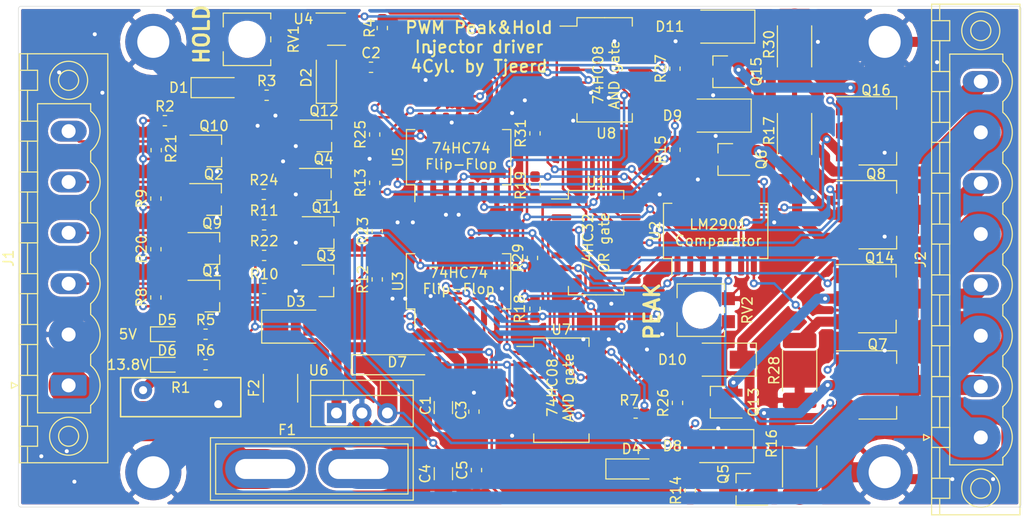
<source format=kicad_pcb>
(kicad_pcb (version 20171130) (host pcbnew 5.1.6-c6e7f7d~86~ubuntu18.04.1)
  (layers (0 F.Cu signal) (31 B.Cu signal) (34 B.Paste user hide) (35 F.Paste user hide) (36 B.SilkS user) (37 F.SilkS user) (38 B.Mask user hide) (39 F.Mask user) (44 Edge.Cuts user))
  (net 0 "")
  (net 1 5V)
  (net 2 VBAT)
  (net 3 INJ1-OUT)
  (net 4 "Net-(Q16-Pad3)")
  (net 5 INJ3-OUT)
  (net 6 INJ2-OUT)
  (net 7 INJ4-OUT)
  (net 8 "Net-(Q3-Pad3)")
  (net 9 "Net-(Q4-Pad3)")
  (net 10 "Net-(D1-Pad2)")
  (net 11 "Net-(D2-Pad2)")
  (net 12 "Net-(D6-Pad2)")
  (net 13 VREF)
  (net 14 PWM)
  (net 15 "Net-(U5-Pad8)")
  (net 16 "Net-(U5-Pad6)")
  (net 17 PWR_GND)
  (net 18 VBAT_IN)
  (net 19 INJ4)
  (net 20 INJ3)
  (net 21 INJ2)
  (net 22 INJ1)
  (net 23 inv_INJ1)
  (net 24 inv_INJ3)
  (net 25 "Net-(Q8-Pad3)")
  (net 26 "Net-(Q12-Pad3)")
  (net 27 "Net-(Q14-Pad1)")
  (net 28 "Net-(Q14-Pad3)")
  (net 29 inv_INJ2)
  (net 30 "Net-(RV1-Pad2)")
  (net 31 inv_INJ4)
  (net 32 "Net-(C1-Pad2)")
  (net 33 "Net-(D3-Pad1)")
  (net 34 "Net-(D4-Pad2)")
  (net 35 "Net-(D5-Pad2)")
  (net 36 "Net-(D8-Pad2)")
  (net 37 "Net-(D9-Pad2)")
  (net 38 "Net-(D10-Pad2)")
  (net 39 "Net-(D11-Pad2)")
  (net 40 "Net-(Q5-Pad1)")
  (net 41 "Net-(Q6-Pad1)")
  (net 42 "Net-(Q7-Pad1)")
  (net 43 "Net-(Q7-Pad3)")
  (net 44 "Net-(Q8-Pad1)")
  (net 45 "Net-(Q11-Pad3)")
  (net 46 "Net-(Q13-Pad1)")
  (net 47 "Net-(Q15-Pad1)")
  (net 48 "Net-(Q16-Pad1)")
  (net 49 "Net-(R3-Pad1)")
  (net 50 "Net-(R18-Pad2)")
  (net 51 "Net-(R19-Pad2)")
  (net 52 "Net-(R29-Pad2)")
  (net 53 "Net-(R31-Pad2)")
  (net 54 "Net-(U1-Pad13)")
  (net 55 "Net-(U1-Pad12)")
  (net 56 "Net-(U1-Pad10)")
  (net 57 "Net-(U1-Pad9)")
  (net 58 "Net-(U1-Pad5)")
  (net 59 "Net-(U1-Pad4)")
  (net 60 "Net-(U1-Pad2)")
  (net 61 "Net-(U1-Pad1)")
  (net 62 "Net-(U3-Pad9)")
  (net 63 "Net-(U3-Pad8)")
  (net 64 "Net-(U3-Pad6)")
  (net 65 "Net-(U3-Pad5)")
  (net 66 "Net-(U5-Pad9)")
  (net 67 "Net-(U5-Pad5)")
  (module Diode_SMD:D_MiniMELF (layer F.Cu) (at 172.946 112.268)
    (fp_text reference D4 (at 0 -2) (layer F.SilkS))
    (fp_text value LL4148)
    (pad 2 smd rect (at 1.75 0) (size 1.3 1.7) (layers F.Cu F.Paste F.Mask) (net 34 "Net-(D4-Pad2)"))
    (pad 1 smd rect (at -1.75 0) (size 1.3 1.7) (layers F.Cu F.Paste F.Mask) (net 17 PWR_GND))
  )
  (module Package_SO:SO-14_5.3x10.2mm_P1.27mm (layer F.Cu) (at 155.696 93.522 90)
    (fp_text reference U3 (at 0 -6.05 90) (layer F.SilkS))
    (fp_text value 74LS74)
    (pad 14 smd roundrect (at 3.4625 -3.81 90) (size 1.975 0.6) (layers F.Cu F.Paste F.Mask) (net 1 5V))
    (pad 13 smd roundrect (at 3.4625 -2.54 90) (size 1.975 0.6) (layers F.Cu F.Paste F.Mask) (net 29 inv_INJ2))
    (pad 12 smd roundrect (at 3.4625 -1.27 90) (size 1.975 0.6) (layers F.Cu F.Paste F.Mask) (net 17 PWR_GND))
    (pad 11 smd roundrect (at 3.4625 0 90) (size 1.975 0.6) (layers F.Cu F.Paste F.Mask) (net 17 PWR_GND))
    (pad 10 smd roundrect (at 3.4625 1.27 90) (size 1.975 0.6) (layers F.Cu F.Paste F.Mask) (net 52 "Net-(R29-Pad2)"))
    (pad 9 smd roundrect (at 3.4625 2.54 90) (size 1.975 0.6) (layers F.Cu F.Paste F.Mask) (net 62 "Net-(U3-Pad9)"))
    (pad 8 smd roundrect (at 3.4625 3.81 90) (size 1.975 0.6) (layers F.Cu F.Paste F.Mask) (net 63 "Net-(U3-Pad8)"))
    (pad 7 smd roundrect (at -3.4625 3.81 90) (size 1.975 0.6) (layers F.Cu F.Paste F.Mask) (net 17 PWR_GND))
    (pad 6 smd roundrect (at -3.4625 2.54 90) (size 1.975 0.6) (layers F.Cu F.Paste F.Mask) (net 64 "Net-(U3-Pad6)"))
    (pad 5 smd roundrect (at -3.4625 1.27 90) (size 1.975 0.6) (layers F.Cu F.Paste F.Mask) (net 65 "Net-(U3-Pad5)"))
    (pad 4 smd roundrect (at -3.4625 0 90) (size 1.975 0.6) (layers F.Cu F.Paste F.Mask) (net 50 "Net-(R18-Pad2)"))
    (pad 3 smd roundrect (at -3.4625 -1.27 90) (size 1.975 0.6) (layers F.Cu F.Paste F.Mask) (net 17 PWR_GND))
    (pad 2 smd roundrect (at -3.4625 -2.54 90) (size 1.975 0.6) (layers F.Cu F.Paste F.Mask) (net 17 PWR_GND))
    (pad 1 smd roundrect (at -3.4625 -3.81 90) (size 1.975 0.6) (layers F.Cu F.Paste F.Mask) (net 23 inv_INJ1))
  )
  (module Package_SO:SO-14_5.3x10.2mm_P1.27mm (layer F.Cu) (at 170.2735 72.39)
    (fp_text reference U8 (at 0.1605 6.35) (layer F.SilkS))
    (fp_text value 74LS08)
    (pad 14 smd roundrect (at 3.4625 -3.81) (size 1.975 0.6) (layers F.Cu F.Paste F.Mask) (net 1 5V))
    (pad 13 smd roundrect (at 3.4625 -2.54) (size 1.975 0.6) (layers F.Cu F.Paste F.Mask) (net 31 inv_INJ4))
    (pad 12 smd roundrect (at 3.4625 -1.27) (size 1.975 0.6) (layers F.Cu F.Paste F.Mask) (net 15 "Net-(U5-Pad8)"))
    (pad 11 smd roundrect (at 3.4625 0) (size 1.975 0.6) (layers F.Cu F.Paste F.Mask) (net 54 "Net-(U1-Pad13)"))
    (pad 10 smd roundrect (at 3.4625 1.27) (size 1.975 0.6) (layers F.Cu F.Paste F.Mask) (net 31 inv_INJ4))
    (pad 9 smd roundrect (at 3.4625 2.54) (size 1.975 0.6) (layers F.Cu F.Paste F.Mask) (net 14 PWM))
    (pad 8 smd roundrect (at 3.4625 3.81) (size 1.975 0.6) (layers F.Cu F.Paste F.Mask) (net 55 "Net-(U1-Pad12)"))
    (pad 7 smd roundrect (at -3.4625 3.81) (size 1.975 0.6) (layers F.Cu F.Paste F.Mask) (net 17 PWR_GND))
    (pad 6 smd roundrect (at -3.4625 2.54) (size 1.975 0.6) (layers F.Cu F.Paste F.Mask) (net 56 "Net-(U1-Pad10)"))
    (pad 5 smd roundrect (at -3.4625 1.27) (size 1.975 0.6) (layers F.Cu F.Paste F.Mask) (net 24 inv_INJ3))
    (pad 4 smd roundrect (at -3.4625 0) (size 1.975 0.6) (layers F.Cu F.Paste F.Mask) (net 16 "Net-(U5-Pad6)"))
    (pad 3 smd roundrect (at -3.4625 -1.27) (size 1.975 0.6) (layers F.Cu F.Paste F.Mask) (net 57 "Net-(U1-Pad9)"))
    (pad 2 smd roundrect (at -3.4625 -2.54) (size 1.975 0.6) (layers F.Cu F.Paste F.Mask) (net 24 inv_INJ3))
    (pad 1 smd roundrect (at -3.4625 -3.81) (size 1.975 0.6) (layers F.Cu F.Paste F.Mask) (net 14 PWM))
  )
  (module Package_SO:SO-14_5.3x10.2mm_P1.27mm (layer F.Cu) (at 165.9555 104.394)
    (fp_text reference U7 (at 0 -6.05) (layer F.SilkS))
    (fp_text value 74LS08)
    (pad 14 smd roundrect (at 3.4625 -3.81) (size 1.975 0.6) (layers F.Cu F.Paste F.Mask) (net 1 5V))
    (pad 13 smd roundrect (at 3.4625 -2.54) (size 1.975 0.6) (layers F.Cu F.Paste F.Mask) (net 29 inv_INJ2))
    (pad 12 smd roundrect (at 3.4625 -1.27) (size 1.975 0.6) (layers F.Cu F.Paste F.Mask) (net 63 "Net-(U3-Pad8)"))
    (pad 11 smd roundrect (at 3.4625 0) (size 1.975 0.6) (layers F.Cu F.Paste F.Mask) (net 58 "Net-(U1-Pad5)"))
    (pad 10 smd roundrect (at 3.4625 1.27) (size 1.975 0.6) (layers F.Cu F.Paste F.Mask) (net 29 inv_INJ2))
    (pad 9 smd roundrect (at 3.4625 2.54) (size 1.975 0.6) (layers F.Cu F.Paste F.Mask) (net 14 PWM))
    (pad 8 smd roundrect (at 3.4625 3.81) (size 1.975 0.6) (layers F.Cu F.Paste F.Mask) (net 59 "Net-(U1-Pad4)"))
    (pad 7 smd roundrect (at -3.4625 3.81) (size 1.975 0.6) (layers F.Cu F.Paste F.Mask) (net 17 PWR_GND))
    (pad 6 smd roundrect (at -3.4625 2.54) (size 1.975 0.6) (layers F.Cu F.Paste F.Mask) (net 60 "Net-(U1-Pad2)"))
    (pad 5 smd roundrect (at -3.4625 1.27) (size 1.975 0.6) (layers F.Cu F.Paste F.Mask) (net 23 inv_INJ1))
    (pad 4 smd roundrect (at -3.4625 0) (size 1.975 0.6) (layers F.Cu F.Paste F.Mask) (net 64 "Net-(U3-Pad6)"))
    (pad 3 smd roundrect (at -3.4625 -1.27) (size 1.975 0.6) (layers F.Cu F.Paste F.Mask) (net 61 "Net-(U1-Pad1)"))
    (pad 2 smd roundrect (at -3.4625 -2.54) (size 1.975 0.6) (layers F.Cu F.Paste F.Mask) (net 23 inv_INJ1))
    (pad 1 smd roundrect (at -3.4625 -3.81) (size 1.975 0.6) (layers F.Cu F.Paste F.Mask) (net 14 PWM))
  )
  (module Package_SO:SO-14_5.3x10.2mm_P1.27mm (layer F.Cu) (at 169.418 89.662)
    (fp_text reference U1 (at 0 -6.05) (layer F.SilkS))
    (fp_text value 74LS32)
    (pad 14 smd roundrect (at 3.4625 -3.81) (size 1.975 0.6) (layers F.Cu F.Paste F.Mask) (net 1 5V))
    (pad 13 smd roundrect (at 3.4625 -2.54) (size 1.975 0.6) (layers F.Cu F.Paste F.Mask) (net 54 "Net-(U1-Pad13)"))
    (pad 12 smd roundrect (at 3.4625 -1.27) (size 1.975 0.6) (layers F.Cu F.Paste F.Mask) (net 55 "Net-(U1-Pad12)"))
    (pad 11 smd roundrect (at 3.4625 0) (size 1.975 0.6) (layers F.Cu F.Paste F.Mask) (net 48 "Net-(Q16-Pad1)"))
    (pad 10 smd roundrect (at 3.4625 1.27) (size 1.975 0.6) (layers F.Cu F.Paste F.Mask) (net 56 "Net-(U1-Pad10)"))
    (pad 9 smd roundrect (at 3.4625 2.54) (size 1.975 0.6) (layers F.Cu F.Paste F.Mask) (net 57 "Net-(U1-Pad9)"))
    (pad 8 smd roundrect (at 3.4625 3.81) (size 1.975 0.6) (layers F.Cu F.Paste F.Mask) (net 44 "Net-(Q8-Pad1)"))
    (pad 7 smd roundrect (at -3.4625 3.81) (size 1.975 0.6) (layers F.Cu F.Paste F.Mask) (net 17 PWR_GND))
    (pad 6 smd roundrect (at -3.4625 2.54) (size 1.975 0.6) (layers F.Cu F.Paste F.Mask) (net 27 "Net-(Q14-Pad1)"))
    (pad 5 smd roundrect (at -3.4625 1.27) (size 1.975 0.6) (layers F.Cu F.Paste F.Mask) (net 58 "Net-(U1-Pad5)"))
    (pad 4 smd roundrect (at -3.4625 0) (size 1.975 0.6) (layers F.Cu F.Paste F.Mask) (net 59 "Net-(U1-Pad4)"))
    (pad 3 smd roundrect (at -3.4625 -1.27) (size 1.975 0.6) (layers F.Cu F.Paste F.Mask) (net 42 "Net-(Q7-Pad1)"))
    (pad 2 smd roundrect (at -3.4625 -2.54) (size 1.975 0.6) (layers F.Cu F.Paste F.Mask) (net 60 "Net-(U1-Pad2)"))
    (pad 1 smd roundrect (at -3.4625 -3.81) (size 1.975 0.6) (layers F.Cu F.Paste F.Mask) (net 61 "Net-(U1-Pad1)"))
  )
  (module Diode_SMD:D_SMA (layer F.Cu) (at 181.864 68.072 180)
    (fp_text reference D11 (at 5.08 0) (layer F.SilkS))
    (fp_text value SS310)
    (pad 2 smd rect (at 2 0 180) (size 2.5 1.8) (layers F.Cu F.Paste F.Mask) (net 39 "Net-(D11-Pad2)"))
    (pad 1 smd rect (at -2 0 180) (size 2.5 1.8) (layers F.Cu F.Paste F.Mask) (net 2 VBAT))
  )
  (module Diode_SMD:D_SMA (layer F.Cu) (at 182.012 101.346 180)
    (fp_text reference D10 (at 4.974 0) (layer F.SilkS))
    (fp_text value SS310)
    (pad 2 smd rect (at 2 0 180) (size 2.5 1.8) (layers F.Cu F.Paste F.Mask) (net 38 "Net-(D10-Pad2)"))
    (pad 1 smd rect (at -2 0 180) (size 2.5 1.8) (layers F.Cu F.Paste F.Mask) (net 2 VBAT))
  )
  (module Diode_SMD:D_SMA (layer F.Cu) (at 181.504 76.962 180)
    (fp_text reference D9 (at 4.466 0) (layer F.SilkS))
    (fp_text value SS310)
    (pad 2 smd rect (at 2 0 180) (size 2.5 1.8) (layers F.Cu F.Paste F.Mask) (net 37 "Net-(D9-Pad2)"))
    (pad 1 smd rect (at -2 0 180) (size 2.5 1.8) (layers F.Cu F.Paste F.Mask) (net 2 VBAT))
  )
  (module Diode_SMD:D_SMA (layer F.Cu) (at 181.758 109.982 180)
    (fp_text reference D8 (at 4.72 0) (layer F.SilkS))
    (fp_text value SS310)
    (pad 2 smd rect (at 2 0 180) (size 2.5 1.8) (layers F.Cu F.Paste F.Mask) (net 36 "Net-(D8-Pad2)"))
    (pad 1 smd rect (at -2 0 180) (size 2.5 1.8) (layers F.Cu F.Paste F.Mask) (net 2 VBAT))
  )
  (module Diode_SMD:D_SMA (layer F.Cu) (at 139.446 98.044)
    (fp_text reference D3 (at 0 -2.5) (layer F.SilkS))
    (fp_text value 40V-1A)
    (pad 2 smd rect (at 2 0) (size 2.5 1.8) (layers F.Cu F.Paste F.Mask) (net 32 "Net-(C1-Pad2)"))
    (pad 1 smd rect (at -2 0) (size 2.5 1.8) (layers F.Cu F.Paste F.Mask) (net 33 "Net-(D3-Pad1)"))
  )
  (module MountingHole:MountingHole_3.2mm_M3_DIN965_Pad (layer F.Cu) (at 125.222 69.596)
    (fp_text reference J6 (at 0 0) (layer F.SilkS))
    (fp_text value "Mounting 3mm")
    (pad 1 thru_hole circle (at 0 0) (size 5.6 5.6) (drill 3.2) (layers *.Cu *.Mask) (net 17 PWR_GND))
  )
  (module MountingHole:MountingHole_3.2mm_M3_DIN965_Pad (layer F.Cu) (at 198.222 112.596)
    (fp_text reference J5 (at -0.356 -0.074) (layer F.SilkS))
    (fp_text value "Mounting 3mm")
    (pad 1 thru_hole circle (at 0 0) (size 5.6 5.6) (drill 3.2) (layers *.Cu *.Mask) (net 17 PWR_GND))
  )
  (module MountingHole:MountingHole_3.2mm_M3_DIN965_Pad (layer F.Cu) (at 125.222 112.596)
    (fp_text reference J4 (at 0 0.18) (layer F.SilkS))
    (fp_text value "Mounting 3mm")
    (pad 1 thru_hole circle (at 0 0) (size 5.6 5.6) (drill 3.2) (layers *.Cu *.Mask) (net 17 PWR_GND))
  )
  (module MountingHole:MountingHole_3.2mm_M3_DIN965_Pad (layer F.Cu) (at 198.222 69.596)
    (fp_text reference J3 (at -0.356 0.254) (layer F.SilkS))
    (fp_text value "Mounting 3mm")
    (pad 1 thru_hole circle (at 0 0) (size 5.6 5.6) (drill 3.2) (layers *.Cu *.Mask) (net 17 PWR_GND))
  )
  (module Resistor_SMD:R_2512_6332Metric_Pad1.52x3.35mm_HandSolder (layer F.Cu) (at 189.23 78.8005 90)
    (fp_text reference R17 (at 0.3145 -2.54 90) (layer F.SilkS))
    (fp_text value 0R1)
    (pad 2 smd roundrect (at 2.9875 0 90) (size 1.525 3.35) (layers F.Cu F.Paste F.Mask) (roundrect_rratio 0.163934) (net 17 PWR_GND))
    (pad 1 smd roundrect (at -2.9875 0 90) (size 1.525 3.35) (layers F.Cu F.Paste F.Mask) (roundrect_rratio 0.163934) (net 25 "Net-(Q8-Pad3)"))
  )
  (module Resistor_SMD:R_2512_6332Metric_Pad1.52x3.35mm_HandSolder (layer F.Cu) (at 189.738 112.014 270)
    (fp_text reference R16 (at -2.286 2.794 90) (layer F.SilkS))
    (fp_text value 0R1)
    (pad 2 smd roundrect (at 2.9875 0 270) (size 1.525 3.35) (layers F.Cu F.Paste F.Mask) (roundrect_rratio 0.163934) (net 17 PWR_GND))
    (pad 1 smd roundrect (at -2.9875 0 270) (size 1.525 3.35) (layers F.Cu F.Paste F.Mask) (roundrect_rratio 0.163934) (net 43 "Net-(Q7-Pad3)"))
  )
  (module Diode_SMD:D_MiniMELF_Handsoldering (layer F.Cu) (at 149.562 101.854)
    (fp_text reference D7 (at 0 -0.254) (layer F.SilkS))
    (fp_text value D_Zener_Small)
    (pad 2 smd rect (at 2.75 0) (size 3.3 1.7) (layers F.Cu F.Paste F.Mask) (net 17 PWR_GND))
    (pad 1 smd rect (at -2.75 0) (size 3.3 1.7) (layers F.Cu F.Paste F.Mask) (net 1 5V))
  )
  (module LED_SMD:LED_0603_1608Metric_Pad1.05x0.95mm_HandSolder (layer F.Cu) (at 126.605 101.854)
    (fp_text reference D6 (at 0 -1.43) (layer F.SilkS))
    (fp_text value BLUE)
    (pad 2 smd roundrect (at 0.875 0) (size 1.05 0.95) (layers F.Cu F.Paste F.Mask) (net 12 "Net-(D6-Pad2)"))
    (pad 1 smd roundrect (at -0.875 0) (size 1.05 0.95) (layers F.Cu F.Paste F.Mask) (net 17 PWR_GND))
  )
  (module LED_SMD:LED_0603_1608Metric_Pad1.05x0.95mm_HandSolder (layer F.Cu) (at 126.605 98.806)
    (fp_text reference D5 (at 0 -1.43) (layer F.SilkS))
    (fp_text value BLUE)
    (pad 2 smd roundrect (at 0.875 0) (size 1.05 0.95) (layers F.Cu F.Paste F.Mask) (net 35 "Net-(D5-Pad2)"))
    (pad 1 smd roundrect (at -0.875 0) (size 1.05 0.95) (layers F.Cu F.Paste F.Mask) (net 17 PWR_GND))
  )
  (module Package_TO_SOT_SMD:SOT-223 (layer F.Cu) (at 197.51 78.486)
    (fp_text reference Q16 (at -0.152 -4.064) (layer F.SilkS))
    (fp_text value BSP78)
    (pad 1 smd rect (at -3.15 -2.3) (size 2 1.5) (layers F.Cu F.Paste F.Mask) (net 48 "Net-(Q16-Pad1)"))
    (pad 3 smd rect (at -3.15 2.3) (size 2 1.5) (layers F.Cu F.Paste F.Mask) (net 4 "Net-(Q16-Pad3)"))
    (pad 2 smd rect (at -3.15 0) (size 2 1.5) (layers F.Cu F.Paste F.Mask) (net 7 INJ4-OUT))
    (pad 4 smd rect (at 3.15 0) (size 2 3.8) (layers F.Cu F.Paste F.Mask) (net 7 INJ4-OUT))
  )
  (module Package_TO_SOT_SMD:SOT-223 (layer F.Cu) (at 197.46 95.25)
    (fp_text reference Q14 (at 0.254 -4.064) (layer F.SilkS))
    (fp_text value BSP78)
    (pad 1 smd rect (at -3.15 -2.3) (size 2 1.5) (layers F.Cu F.Paste F.Mask) (net 27 "Net-(Q14-Pad1)"))
    (pad 3 smd rect (at -3.15 2.3) (size 2 1.5) (layers F.Cu F.Paste F.Mask) (net 28 "Net-(Q14-Pad3)"))
    (pad 2 smd rect (at -3.15 0) (size 2 1.5) (layers F.Cu F.Paste F.Mask) (net 6 INJ2-OUT))
    (pad 4 smd rect (at 3.15 0) (size 2 3.8) (layers F.Cu F.Paste F.Mask) (net 6 INJ2-OUT))
  )
  (module Package_TO_SOT_SMD:SOT-223 (layer F.Cu) (at 197.51 86.868)
    (fp_text reference Q8 (at -0.152 -4.064) (layer F.SilkS))
    (fp_text value BSP78)
    (pad 1 smd rect (at -3.15 -2.3) (size 2 1.5) (layers F.Cu F.Paste F.Mask) (net 44 "Net-(Q8-Pad1)"))
    (pad 3 smd rect (at -3.15 2.3) (size 2 1.5) (layers F.Cu F.Paste F.Mask) (net 25 "Net-(Q8-Pad3)"))
    (pad 2 smd rect (at -3.15 0) (size 2 1.5) (layers F.Cu F.Paste F.Mask) (net 5 INJ3-OUT))
    (pad 4 smd rect (at 3.15 0) (size 2 3.8) (layers F.Cu F.Paste F.Mask) (net 5 INJ3-OUT))
  )
  (module Package_TO_SOT_SMD:SOT-223 (layer F.Cu) (at 197.51 103.872)
    (fp_text reference Q7 (at 0 -4.05) (layer F.SilkS))
    (fp_text value BSP78)
    (pad 1 smd rect (at -3.15 -2.3) (size 2 1.5) (layers F.Cu F.Paste F.Mask) (net 42 "Net-(Q7-Pad1)"))
    (pad 3 smd rect (at -3.15 2.3) (size 2 1.5) (layers F.Cu F.Paste F.Mask) (net 43 "Net-(Q7-Pad3)"))
    (pad 2 smd rect (at -3.15 0) (size 2 1.5) (layers F.Cu F.Paste F.Mask) (net 3 INJ1-OUT))
    (pad 4 smd rect (at 3.15 0) (size 2 3.8) (layers F.Cu F.Paste F.Mask) (net 3 INJ1-OUT))
  )
  (module Package_SO:SO-14_5.3x10.2mm_P1.27mm (layer F.Cu) (at 155.702 81.1195 90)
    (fp_text reference U5 (at 0 -6.05 90) (layer F.SilkS))
    (fp_text value 74LS74)
    (pad 14 smd roundrect (at 3.4625 -3.81 90) (size 1.975 0.6) (layers F.Cu F.Paste F.Mask) (net 1 5V))
    (pad 13 smd roundrect (at 3.4625 -2.54 90) (size 1.975 0.6) (layers F.Cu F.Paste F.Mask) (net 31 inv_INJ4))
    (pad 12 smd roundrect (at 3.4625 -1.27 90) (size 1.975 0.6) (layers F.Cu F.Paste F.Mask) (net 17 PWR_GND))
    (pad 11 smd roundrect (at 3.4625 0 90) (size 1.975 0.6) (layers F.Cu F.Paste F.Mask) (net 17 PWR_GND))
    (pad 10 smd roundrect (at 3.4625 1.27 90) (size 1.975 0.6) (layers F.Cu F.Paste F.Mask) (net 53 "Net-(R31-Pad2)"))
    (pad 9 smd roundrect (at 3.4625 2.54 90) (size 1.975 0.6) (layers F.Cu F.Paste F.Mask) (net 66 "Net-(U5-Pad9)"))
    (pad 8 smd roundrect (at 3.4625 3.81 90) (size 1.975 0.6) (layers F.Cu F.Paste F.Mask) (net 15 "Net-(U5-Pad8)"))
    (pad 7 smd roundrect (at -3.4625 3.81 90) (size 1.975 0.6) (layers F.Cu F.Paste F.Mask) (net 17 PWR_GND))
    (pad 6 smd roundrect (at -3.4625 2.54 90) (size 1.975 0.6) (layers F.Cu F.Paste F.Mask) (net 16 "Net-(U5-Pad6)"))
    (pad 5 smd roundrect (at -3.4625 1.27 90) (size 1.975 0.6) (layers F.Cu F.Paste F.Mask) (net 67 "Net-(U5-Pad5)"))
    (pad 4 smd roundrect (at -3.4625 0 90) (size 1.975 0.6) (layers F.Cu F.Paste F.Mask) (net 51 "Net-(R19-Pad2)"))
    (pad 3 smd roundrect (at -3.4625 -1.27 90) (size 1.975 0.6) (layers F.Cu F.Paste F.Mask) (net 17 PWR_GND))
    (pad 2 smd roundrect (at -3.4625 -2.54 90) (size 1.975 0.6) (layers F.Cu F.Paste F.Mask) (net 17 PWR_GND))
    (pad 1 smd roundrect (at -3.4625 -3.81 90) (size 1.975 0.6) (layers F.Cu F.Paste F.Mask) (net 24 inv_INJ3))
  )
  (module Resistor_SMD:R_0603_1608Metric_Pad1.05x0.95mm_HandSolder (layer F.Cu) (at 136.257 84.836)
    (fp_text reference R24 (at 0 -1.43) (layer F.SilkS))
    (fp_text value 10K)
    (pad 2 smd roundrect (at 0.875 0) (size 1.05 0.95) (layers F.Cu F.Paste F.Mask) (net 31 inv_INJ4))
    (pad 1 smd roundrect (at -0.875 0) (size 1.05 0.95) (layers F.Cu F.Paste F.Mask) (net 1 5V))
  )
  (module Resistor_SMD:R_0603_1608Metric_Pad1.05x0.95mm_HandSolder (layer F.Cu) (at 136.285 90.932)
    (fp_text reference R22 (at 0 -1.43) (layer F.SilkS))
    (fp_text value 10K)
    (pad 2 smd roundrect (at 0.875 0) (size 1.05 0.95) (layers F.Cu F.Paste F.Mask) (net 29 inv_INJ2))
    (pad 1 smd roundrect (at -0.875 0) (size 1.05 0.95) (layers F.Cu F.Paste F.Mask) (net 1 5V))
  )
  (module Resistor_SMD:R_0603_1608Metric_Pad1.05x0.95mm_HandSolder (layer F.Cu) (at 177.292 80.377 90)
    (fp_text reference R15 (at 0 -1.43 90) (layer F.SilkS))
    (fp_text value 470)
    (pad 2 smd roundrect (at 0.875 0 90) (size 1.05 0.95) (layers F.Cu F.Paste F.Mask) (net 5 INJ3-OUT))
    (pad 1 smd roundrect (at -0.875 0 90) (size 1.05 0.95) (layers F.Cu F.Paste F.Mask) (net 41 "Net-(Q6-Pad1)"))
  )
  (module Resistor_SMD:R_0603_1608Metric_Pad1.05x0.95mm_HandSolder (layer F.Cu) (at 178.816 114.413 90)
    (fp_text reference R14 (at 0 -1.43 90) (layer F.SilkS))
    (fp_text value 470)
    (pad 2 smd roundrect (at 0.875 0 90) (size 1.05 0.95) (layers F.Cu F.Paste F.Mask) (net 3 INJ1-OUT))
    (pad 1 smd roundrect (at -0.875 0 90) (size 1.05 0.95) (layers F.Cu F.Paste F.Mask) (net 40 "Net-(Q5-Pad1)"))
  )
  (module Resistor_SMD:R_0603_1608Metric_Pad1.05x0.95mm_HandSolder (layer F.Cu) (at 147.32 83.679 90)
    (fp_text reference R13 (at 0 -1.43 90) (layer F.SilkS))
    (fp_text value 1K8)
    (pad 2 smd roundrect (at 0.875 0 90) (size 1.05 0.95) (layers F.Cu F.Paste F.Mask) (net 9 "Net-(Q4-Pad3)"))
    (pad 1 smd roundrect (at -0.875 0 90) (size 1.05 0.95) (layers F.Cu F.Paste F.Mask) (net 41 "Net-(Q6-Pad1)"))
  )
  (module Resistor_SMD:R_0603_1608Metric_Pad1.05x0.95mm_HandSolder (layer F.Cu) (at 147.574 93.331 90)
    (fp_text reference R12 (at 0 -1.43 90) (layer F.SilkS))
    (fp_text value 1K8)
    (pad 2 smd roundrect (at 0.875 0 90) (size 1.05 0.95) (layers F.Cu F.Paste F.Mask) (net 8 "Net-(Q3-Pad3)"))
    (pad 1 smd roundrect (at -0.875 0 90) (size 1.05 0.95) (layers F.Cu F.Paste F.Mask) (net 40 "Net-(Q5-Pad1)"))
  )
  (module Resistor_SMD:R_0603_1608Metric_Pad1.05x0.95mm_HandSolder (layer F.Cu) (at 136.285 87.884)
    (fp_text reference R11 (at 0 -1.43) (layer F.SilkS))
    (fp_text value 10K)
    (pad 2 smd roundrect (at 0.875 0) (size 1.05 0.95) (layers F.Cu F.Paste F.Mask) (net 24 inv_INJ3))
    (pad 1 smd roundrect (at -0.875 0) (size 1.05 0.95) (layers F.Cu F.Paste F.Mask) (net 1 5V))
  )
  (module Resistor_SMD:R_0603_1608Metric_Pad1.05x0.95mm_HandSolder (layer F.Cu) (at 136.285 94.234)
    (fp_text reference R10 (at 0 -1.43) (layer F.SilkS))
    (fp_text value 10K)
    (pad 2 smd roundrect (at 0.875 0) (size 1.05 0.95) (layers F.Cu F.Paste F.Mask) (net 23 inv_INJ1))
    (pad 1 smd roundrect (at -0.875 0) (size 1.05 0.95) (layers F.Cu F.Paste F.Mask) (net 1 5V))
  )
  (module Resistor_SMD:R_0603_1608Metric_Pad1.05x0.95mm_HandSolder (layer F.Cu) (at 125.51 80.417 90)
    (fp_text reference R21 (at 0.153 1.49 90) (layer F.SilkS))
    (fp_text value 1K)
    (pad 2 smd roundrect (at 0.875 0 90) (size 1.05 0.95) (layers F.Cu F.Paste F.Mask) (net 19 INJ4))
    (pad 1 smd roundrect (at -0.875 0 90) (size 1.05 0.95) (layers F.Cu F.Paste F.Mask) (net 1 5V))
  )
  (module Resistor_SMD:R_0603_1608Metric_Pad1.05x0.95mm_HandSolder (layer F.Cu) (at 125.48 90.313 90)
    (fp_text reference R20 (at 0 -1.43 90) (layer F.SilkS))
    (fp_text value 1K)
    (pad 2 smd roundrect (at 0.875 0 90) (size 1.05 0.95) (layers F.Cu F.Paste F.Mask) (net 21 INJ2))
    (pad 1 smd roundrect (at -0.875 0 90) (size 1.05 0.95) (layers F.Cu F.Paste F.Mask) (net 1 5V))
  )
  (module Resistor_SMD:R_0603_1608Metric_Pad1.05x0.95mm_HandSolder (layer F.Cu) (at 125.48 85.253 90)
    (fp_text reference R9 (at 0 -1.43 90) (layer F.SilkS))
    (fp_text value 1K)
    (pad 2 smd roundrect (at 0.875 0 90) (size 1.05 0.95) (layers F.Cu F.Paste F.Mask) (net 20 INJ3))
    (pad 1 smd roundrect (at -0.875 0 90) (size 1.05 0.95) (layers F.Cu F.Paste F.Mask) (net 1 5V))
  )
  (module Resistor_SMD:R_0603_1608Metric_Pad1.05x0.95mm_HandSolder (layer F.Cu) (at 125.476 95.137 90)
    (fp_text reference R8 (at 0 -1.43 90) (layer F.SilkS))
    (fp_text value 1K)
    (pad 2 smd roundrect (at 0.875 0 90) (size 1.05 0.95) (layers F.Cu F.Paste F.Mask) (net 22 INJ1))
    (pad 1 smd roundrect (at -0.875 0 90) (size 1.05 0.95) (layers F.Cu F.Paste F.Mask) (net 1 5V))
  )
  (module Package_TO_SOT_SMD:SOT-23_Handsoldering (layer F.Cu) (at 181.84 72.578 180)
    (fp_text reference Q15 (at -3.58 0 90) (layer F.SilkS))
    (fp_text value AO3401A)
    (pad 3 smd rect (at 1.5 0 180) (size 1.9 0.8) (layers F.Cu F.Paste F.Mask) (net 39 "Net-(D11-Pad2)"))
    (pad 2 smd rect (at -1.5 0.95 180) (size 1.9 0.8) (layers F.Cu F.Paste F.Mask) (net 7 INJ4-OUT))
    (pad 1 smd rect (at -1.5 -0.95 180) (size 1.9 0.8) (layers F.Cu F.Paste F.Mask) (net 47 "Net-(Q15-Pad1)"))
  )
  (module Package_TO_SOT_SMD:SOT-23_Handsoldering (layer F.Cu) (at 182.348 81.346 180)
    (fp_text reference Q6 (at -3.58 0 90) (layer F.SilkS))
    (fp_text value AO3401A)
    (pad 3 smd rect (at 1.5 0 180) (size 1.9 0.8) (layers F.Cu F.Paste F.Mask) (net 37 "Net-(D9-Pad2)"))
    (pad 2 smd rect (at -1.5 0.95 180) (size 1.9 0.8) (layers F.Cu F.Paste F.Mask) (net 5 INJ3-OUT))
    (pad 1 smd rect (at -1.5 -0.95 180) (size 1.9 0.8) (layers F.Cu F.Paste F.Mask) (net 41 "Net-(Q6-Pad1)"))
  )
  (module Package_TO_SOT_SMD:SOT-23_Handsoldering (layer F.Cu) (at 184.15 114.3 180)
    (fp_text reference Q5 (at 2.032 1.524 90) (layer F.SilkS))
    (fp_text value AO3401A)
    (pad 3 smd rect (at 1.5 0 180) (size 1.9 0.8) (layers F.Cu F.Paste F.Mask) (net 36 "Net-(D8-Pad2)"))
    (pad 2 smd rect (at -1.5 0.95 180) (size 1.9 0.8) (layers F.Cu F.Paste F.Mask) (net 3 INJ1-OUT))
    (pad 1 smd rect (at -1.5 -0.95 180) (size 1.9 0.8) (layers F.Cu F.Paste F.Mask) (net 40 "Net-(Q5-Pad1)"))
  )
  (module Package_TO_SOT_SMD:SOT-23_Handsoldering (layer F.Cu) (at 142.47 93.472)
    (fp_text reference Q3 (at 0 -2.5) (layer F.SilkS))
    (fp_text value AO3422)
    (pad 3 smd rect (at 1.5 0) (size 1.9 0.8) (layers F.Cu F.Paste F.Mask) (net 8 "Net-(Q3-Pad3)"))
    (pad 2 smd rect (at -1.5 0.95) (size 1.9 0.8) (layers F.Cu F.Paste F.Mask) (net 17 PWR_GND))
    (pad 1 smd rect (at -1.5 -0.95) (size 1.9 0.8) (layers F.Cu F.Paste F.Mask) (net 23 inv_INJ1))
  )
  (module Package_TO_SOT_SMD:SOT-23_Handsoldering (layer F.Cu) (at 131.28 80.492)
    (fp_text reference Q10 (at 0 -2.5) (layer F.SilkS))
    (fp_text value AO3400)
    (pad 3 smd rect (at 1.5 0) (size 1.9 0.8) (layers F.Cu F.Paste F.Mask) (net 31 inv_INJ4))
    (pad 2 smd rect (at -1.5 0.95) (size 1.9 0.8) (layers F.Cu F.Paste F.Mask) (net 17 PWR_GND))
    (pad 1 smd rect (at -1.5 -0.95) (size 1.9 0.8) (layers F.Cu F.Paste F.Mask) (net 19 INJ4))
  )
  (module Package_TO_SOT_SMD:SOT-23_Handsoldering (layer F.Cu) (at 131.088 90.236)
    (fp_text reference Q9 (at 0 -2.5) (layer F.SilkS))
    (fp_text value AO3400)
    (pad 3 smd rect (at 1.5 0) (size 1.9 0.8) (layers F.Cu F.Paste F.Mask) (net 29 inv_INJ2))
    (pad 2 smd rect (at -1.5 0.95) (size 1.9 0.8) (layers F.Cu F.Paste F.Mask) (net 17 PWR_GND))
    (pad 1 smd rect (at -1.5 -0.95) (size 1.9 0.8) (layers F.Cu F.Paste F.Mask) (net 21 INJ2))
  )
  (module Package_TO_SOT_SMD:SOT-23_Handsoldering (layer F.Cu) (at 131.26 85.338)
    (fp_text reference Q2 (at 0 -2.5) (layer F.SilkS))
    (fp_text value AO3400)
    (pad 3 smd rect (at 1.5 0) (size 1.9 0.8) (layers F.Cu F.Paste F.Mask) (net 24 inv_INJ3))
    (pad 2 smd rect (at -1.5 0.95) (size 1.9 0.8) (layers F.Cu F.Paste F.Mask) (net 17 PWR_GND))
    (pad 1 smd rect (at -1.5 -0.95) (size 1.9 0.8) (layers F.Cu F.Paste F.Mask) (net 20 INJ3))
  )
  (module Package_TO_SOT_SMD:SOT-23_Handsoldering (layer F.Cu) (at 131.088 94.996)
    (fp_text reference Q1 (at 0 -2.5) (layer F.SilkS))
    (fp_text value AO3400)
    (pad 3 smd rect (at 1.5 0) (size 1.9 0.8) (layers F.Cu F.Paste F.Mask) (net 23 inv_INJ1))
    (pad 2 smd rect (at -1.5 0.95) (size 1.9 0.8) (layers F.Cu F.Paste F.Mask) (net 17 PWR_GND))
    (pad 1 smd rect (at -1.5 -0.95) (size 1.9 0.8) (layers F.Cu F.Paste F.Mask) (net 22 INJ1))
  )
  (module Connector_Phoenix_MSTB:PhoenixContact_MSTBV_2,5_8-GF-5,08_1x08_P5.08mm_Vertical_ThreadedFlange (layer F.Cu) (at 207.818 109.118 90)
    (fp_text reference J2 (at 17.78 -6 90) (layer F.SilkS))
    (fp_text value Screw_Terminal_01x08)
    (pad 8 thru_hole oval (at 35.56 0 90) (size 2.08 3.6) (drill 1.4) (layers *.Cu *.Mask) (net 7 INJ4-OUT))
    (pad 7 thru_hole oval (at 30.48 0 90) (size 2.08 3.6) (drill 1.4) (layers *.Cu *.Mask) (net 2 VBAT))
    (pad 6 thru_hole oval (at 25.4 0 90) (size 2.08 3.6) (drill 1.4) (layers *.Cu *.Mask) (net 5 INJ3-OUT))
    (pad 5 thru_hole oval (at 20.32 0 90) (size 2.08 3.6) (drill 1.4) (layers *.Cu *.Mask) (net 2 VBAT))
    (pad 4 thru_hole oval (at 15.24 0 90) (size 2.08 3.6) (drill 1.4) (layers *.Cu *.Mask) (net 6 INJ2-OUT))
    (pad 3 thru_hole oval (at 10.16 0 90) (size 2.08 3.6) (drill 1.4) (layers *.Cu *.Mask) (net 2 VBAT))
    (pad 2 thru_hole oval (at 5.08 0 90) (size 2.08 3.6) (drill 1.4) (layers *.Cu *.Mask) (net 3 INJ1-OUT))
    (pad 1 thru_hole roundrect (at 0 0 90) (size 2.08 3.6) (drill 1.4) (layers *.Cu *.Mask) (roundrect_rratio 0.120192) (net 2 VBAT))
  )
  (module Connector_Phoenix_MSTB:PhoenixContact_MSTBV_2,5_6-GF-5,08_1x06_P5.08mm_Vertical_ThreadedFlange (layer F.Cu) (at 116.77 103.916 90)
    (fp_text reference J1 (at 12.7 -6 90) (layer F.SilkS))
    (fp_text value Screw_Terminal_01x06)
    (pad 6 thru_hole oval (at 25.4 0 90) (size 2.08 3.6) (drill 1.4) (layers *.Cu *.Mask) (net 19 INJ4))
    (pad 5 thru_hole oval (at 20.32 0 90) (size 2.08 3.6) (drill 1.4) (layers *.Cu *.Mask) (net 20 INJ3))
    (pad 4 thru_hole oval (at 15.24 0 90) (size 2.08 3.6) (drill 1.4) (layers *.Cu *.Mask) (net 21 INJ2))
    (pad 3 thru_hole oval (at 10.16 0 90) (size 2.08 3.6) (drill 1.4) (layers *.Cu *.Mask) (net 22 INJ1))
    (pad 2 thru_hole oval (at 5.08 0 90) (size 2.08 3.6) (drill 1.4) (layers *.Cu *.Mask) (net 17 PWR_GND))
    (pad 1 thru_hole roundrect (at 0 0 90) (size 2.08 3.6) (drill 1.4) (layers *.Cu *.Mask) (roundrect_rratio 0.120192) (net 18 VBAT_IN))
  )
  (module Fuse:Fuse_Blade_ATO_directSolder (layer F.Cu) (at 136.398 112.268)
    (fp_text reference F1 (at 2.188 -3.9) (layer F.SilkS))
    (fp_text value Fuse)
    (pad 2 thru_hole oval (at 9.3 0) (size 8 3.8) (drill oval 6 2) (layers *.Cu *.Mask) (net 2 VBAT))
    (pad 1 thru_hole oval (at 0 0) (size 8 3.8) (drill oval 6 2) (layers *.Cu *.Mask) (net 18 VBAT_IN))
  )
  (module Fuse:Fuse_1812_4532Metric_Pad1.30x3.40mm_HandSolder (layer F.Cu) (at 137.922 104.201 90)
    (fp_text reference F2 (at 0 -2.65 90) (layer F.SilkS))
    (fp_text value "PPTC 16V2A")
    (pad 2 smd roundrect (at 2.225 0 90) (size 1.3 3.4) (layers F.Cu F.Paste F.Mask) (roundrect_rratio 0.192308) (net 33 "Net-(D3-Pad1)"))
    (pad 1 smd roundrect (at -2.225 0 90) (size 1.3 3.4) (layers F.Cu F.Paste F.Mask) (roundrect_rratio 0.192308) (net 2 VBAT))
  )
  (module Diode_SMD:D_MiniMELF (layer F.Cu) (at 142.494 73.18 90)
    (fp_text reference D2 (at 0 -2 90) (layer F.SilkS))
    (fp_text value SS310)
    (pad 2 smd rect (at 1.75 0 90) (size 1.3 1.7) (layers F.Cu F.Paste F.Mask) (net 11 "Net-(D2-Pad2)"))
    (pad 1 smd rect (at -1.75 0 90) (size 1.3 1.7) (layers F.Cu F.Paste F.Mask) (net 17 PWR_GND))
  )
  (module Diode_SMD:D_MiniMELF (layer F.Cu) (at 131.544 74.168)
    (fp_text reference D1 (at -3.782 0) (layer F.SilkS))
    (fp_text value LL4148)
    (pad 2 smd rect (at 1.75 0) (size 1.3 1.7) (layers F.Cu F.Paste F.Mask) (net 10 "Net-(D1-Pad2)"))
    (pad 1 smd rect (at -1.75 0) (size 1.3 1.7) (layers F.Cu F.Paste F.Mask) (net 17 PWR_GND))
  )
  (module Capacitor_SMD:C_1206_3216Metric_Pad1.42x1.75mm_HandSolder (layer F.Cu) (at 154.178 112.7395 90)
    (fp_text reference C4 (at 0 -1.82 90) (layer F.SilkS))
    (fp_text value 10uf)
    (pad 2 smd roundrect (at 1.4875 0 90) (size 1.425 1.75) (layers F.Cu F.Paste F.Mask) (roundrect_rratio 0.175439) (net 1 5V))
    (pad 1 smd roundrect (at -1.4875 0 90) (size 1.425 1.75) (layers F.Cu F.Paste F.Mask) (roundrect_rratio 0.175439) (net 17 PWR_GND))
  )
  (module Capacitor_SMD:C_1206_3216Metric_Pad1.42x1.75mm_HandSolder (layer F.Cu) (at 154.178 106.1355 270)
    (fp_text reference C1 (at -0.2175 1.778 90) (layer F.SilkS))
    (fp_text value 10uf)
    (pad 2 smd roundrect (at 1.4875 0 270) (size 1.425 1.75) (layers F.Cu F.Paste F.Mask) (roundrect_rratio 0.175439) (net 32 "Net-(C1-Pad2)"))
    (pad 1 smd roundrect (at -1.4875 0 270) (size 1.425 1.75) (layers F.Cu F.Paste F.Mask) (roundrect_rratio 0.175439) (net 17 PWR_GND))
  )
  (module Package_TO_SOT_SMD:SOT-23-6_Handsoldering (layer F.Cu) (at 143.51 68.326)
    (fp_text reference U4 (at -3.302 -1.016) (layer F.SilkS))
    (fp_text value LTC6992)
    (pad 5 smd rect (at 1.35 0) (size 1.56 0.65) (layers F.Cu F.Paste F.Mask) (net 1 5V))
    (pad 6 smd rect (at 1.35 -0.95) (size 1.56 0.65) (layers F.Cu F.Paste F.Mask) (net 14 PWM))
    (pad 4 smd rect (at 1.35 0.95) (size 1.56 0.65) (layers F.Cu F.Paste F.Mask) (net 11 "Net-(D2-Pad2)"))
    (pad 3 smd rect (at -1.35 0.95) (size 1.56 0.65) (layers F.Cu F.Paste F.Mask) (net 49 "Net-(R3-Pad1)"))
    (pad 2 smd rect (at -1.35 0) (size 1.56 0.65) (layers F.Cu F.Paste F.Mask) (net 17 PWR_GND))
    (pad 1 smd rect (at -1.35 -0.95) (size 1.56 0.65) (layers F.Cu F.Paste F.Mask) (net 30 "Net-(RV1-Pad2)"))
  )
  (module Package_SO:SO-14_5.3x10.2mm_P1.27mm (layer F.Cu) (at 181.356 88.4855 90)
    (fp_text reference U2 (at 0 -6.05 90) (layer F.SilkS))
    (fp_text value LM2901)
    (pad 14 smd roundrect (at 3.4625 -3.81 90) (size 1.975 0.6) (layers F.Cu F.Paste F.Mask) (net 53 "Net-(R31-Pad2)"))
    (pad 13 smd roundrect (at 3.4625 -2.54 90) (size 1.975 0.6) (layers F.Cu F.Paste F.Mask) (net 51 "Net-(R19-Pad2)"))
    (pad 12 smd roundrect (at 3.4625 -1.27 90) (size 1.975 0.6) (layers F.Cu F.Paste F.Mask) (net 17 PWR_GND))
    (pad 11 smd roundrect (at 3.4625 0 90) (size 1.975 0.6) (layers F.Cu F.Paste F.Mask) (net 25 "Net-(Q8-Pad3)"))
    (pad 10 smd roundrect (at 3.4625 1.27 90) (size 1.975 0.6) (layers F.Cu F.Paste F.Mask) (net 13 VREF))
    (pad 9 smd roundrect (at 3.4625 2.54 90) (size 1.975 0.6) (layers F.Cu F.Paste F.Mask) (net 4 "Net-(Q16-Pad3)"))
    (pad 8 smd roundrect (at 3.4625 3.81 90) (size 1.975 0.6) (layers F.Cu F.Paste F.Mask) (net 13 VREF))
    (pad 7 smd roundrect (at -3.4625 3.81 90) (size 1.975 0.6) (layers F.Cu F.Paste F.Mask) (net 28 "Net-(Q14-Pad3)"))
    (pad 6 smd roundrect (at -3.4625 2.54 90) (size 1.975 0.6) (layers F.Cu F.Paste F.Mask) (net 13 VREF))
    (pad 5 smd roundrect (at -3.4625 1.27 90) (size 1.975 0.6) (layers F.Cu F.Paste F.Mask) (net 43 "Net-(Q7-Pad3)"))
    (pad 4 smd roundrect (at -3.4625 0 90) (size 1.975 0.6) (layers F.Cu F.Paste F.Mask) (net 13 VREF))
    (pad 3 smd roundrect (at -3.4625 -1.27 90) (size 1.975 0.6) (layers F.Cu F.Paste F.Mask) (net 1 5V))
    (pad 2 smd roundrect (at -3.4625 -2.54 90) (size 1.975 0.6) (layers F.Cu F.Paste F.Mask) (net 50 "Net-(R18-Pad2)"))
    (pad 1 smd roundrect (at -3.4625 -3.81 90) (size 1.975 0.6) (layers F.Cu F.Paste F.Mask) (net 52 "Net-(R29-Pad2)"))
  )
  (module Potentiometer_SMD:Potentiometer_Bourns_3314R-1_Vertical_Hole (layer F.Cu) (at 134.576 69.342 270)
    (fp_text reference RV1 (at 0 -4.65 90) (layer F.SilkS))
    (fp_text value R_POT_Small)
    (pad "" np_thru_hole circle (at 0 0 270) (size 3.2 3.2) (drill 3.2) (layers *.Cu *.Mask))
    (pad 3 smd rect (at -1.15 -2.75 270) (size 1.3 1.3) (layers F.Cu F.Paste F.Mask) (net 17 PWR_GND))
    (pad 2 smd rect (at 0 2.75 270) (size 2 1.3) (layers F.Cu F.Paste F.Mask) (net 30 "Net-(RV1-Pad2)"))
    (pad 1 smd rect (at 1.15 -2.75 270) (size 1.3 1.3) (layers F.Cu F.Paste F.Mask) (net 10 "Net-(D1-Pad2)"))
  )
  (module Potentiometer_SMD:Potentiometer_Bourns_3314R-1_Vertical_Hole (layer F.Cu) (at 179.876 96.4 270)
    (fp_text reference RV2 (at 0 -4.65 90) (layer F.SilkS))
    (fp_text value R_POT_Small)
    (pad "" np_thru_hole circle (at 0 0 270) (size 3.2 3.2) (drill 3.2) (layers *.Cu *.Mask))
    (pad 3 smd rect (at -1.15 -2.75 270) (size 1.3 1.3) (layers F.Cu F.Paste F.Mask) (net 17 PWR_GND))
    (pad 2 smd rect (at 0 2.75 270) (size 2 1.3) (layers F.Cu F.Paste F.Mask) (net 13 VREF))
    (pad 1 smd rect (at 1.15 -2.75 270) (size 1.3 1.3) (layers F.Cu F.Paste F.Mask) (net 34 "Net-(D4-Pad2)"))
  )
  (module Resistor_SMD:R_0603_1608Metric_Pad1.05x0.95mm_HandSolder (layer F.Cu) (at 163.322 78.74 90)
    (fp_text reference R31 (at 0 -1.43 90) (layer F.SilkS))
    (fp_text value 1K)
    (pad 2 smd roundrect (at 0.875 0 90) (size 1.05 0.95) (layers F.Cu F.Paste F.Mask) (net 53 "Net-(R31-Pad2)"))
    (pad 1 smd roundrect (at -0.875 0 90) (size 1.05 0.95) (layers F.Cu F.Paste F.Mask) (net 1 5V))
  )
  (module Resistor_SMD:R_0603_1608Metric_Pad1.05x0.95mm_HandSolder (layer F.Cu) (at 163.068 91.186 90)
    (fp_text reference R29 (at 0 -1.43 90) (layer F.SilkS))
    (fp_text value 1K)
    (pad 2 smd roundrect (at 0.875 0 90) (size 1.05 0.95) (layers F.Cu F.Paste F.Mask) (net 52 "Net-(R29-Pad2)"))
    (pad 1 smd roundrect (at -0.875 0 90) (size 1.05 0.95) (layers F.Cu F.Paste F.Mask) (net 1 5V))
  )
  (module Resistor_SMD:R_0603_1608Metric_Pad1.05x0.95mm_HandSolder (layer F.Cu) (at 163.322 83.933 90)
    (fp_text reference R19 (at 0 -1.43 90) (layer F.SilkS))
    (fp_text value 1K)
    (pad 2 smd roundrect (at 0.875 0 90) (size 1.05 0.95) (layers F.Cu F.Paste F.Mask) (net 51 "Net-(R19-Pad2)"))
    (pad 1 smd roundrect (at -0.875 0 90) (size 1.05 0.95) (layers F.Cu F.Paste F.Mask) (net 1 5V))
  )
  (module Resistor_SMD:R_0603_1608Metric_Pad1.05x0.95mm_HandSolder (layer F.Cu) (at 163.322 96.266 270)
    (fp_text reference R18 (at 0 1.524 90) (layer F.SilkS))
    (fp_text value 1K)
    (pad 2 smd roundrect (at 0.875 0 270) (size 1.05 0.95) (layers F.Cu F.Paste F.Mask) (net 50 "Net-(R18-Pad2)"))
    (pad 1 smd roundrect (at -0.875 0 270) (size 1.05 0.95) (layers F.Cu F.Paste F.Mask) (net 1 5V))
  )
  (module Resistor_SMD:R_0603_1608Metric_Pad1.05x0.95mm_HandSolder (layer F.Cu) (at 148.082 68.213 270)
    (fp_text reference R4 (at 0 1.27 90) (layer F.SilkS))
    (fp_text value 500k)
    (pad 2 smd roundrect (at 0.875 0 270) (size 1.05 0.95) (layers F.Cu F.Paste F.Mask) (net 11 "Net-(D2-Pad2)"))
    (pad 1 smd roundrect (at -0.875 0 270) (size 1.05 0.95) (layers F.Cu F.Paste F.Mask) (net 1 5V))
  )
  (module Resistor_SMD:R_0603_1608Metric_Pad1.05x0.95mm_HandSolder (layer F.Cu) (at 136.539 74.93)
    (fp_text reference R3 (at 0 -1.43) (layer F.SilkS))
    (fp_text value 500k)
    (pad 2 smd roundrect (at 0.875 0) (size 1.05 0.95) (layers F.Cu F.Paste F.Mask) (net 17 PWR_GND))
    (pad 1 smd roundrect (at -0.875 0) (size 1.05 0.95) (layers F.Cu F.Paste F.Mask) (net 49 "Net-(R3-Pad1)"))
  )
  (module Resistor_SMD:R_0603_1608Metric_Pad1.05x0.95mm_HandSolder (layer F.Cu) (at 126.379 77.47)
    (fp_text reference R2 (at 0 -1.43) (layer F.SilkS))
    (fp_text value 470)
    (pad 2 smd roundrect (at 0.875 0) (size 1.05 0.95) (layers F.Cu F.Paste F.Mask) (net 10 "Net-(D1-Pad2)"))
    (pad 1 smd roundrect (at -0.875 0) (size 1.05 0.95) (layers F.Cu F.Paste F.Mask) (net 1 5V))
  )
  (module Resistor_SMD:R_0603_1608Metric_Pad1.05x0.95mm_HandSolder (layer F.Cu) (at 173.369 106.68 180)
    (fp_text reference R7 (at 0.649 1.27) (layer F.SilkS))
    (fp_text value 470)
    (pad 2 smd roundrect (at 0.875 0 180) (size 1.05 0.95) (layers F.Cu F.Paste F.Mask) (net 34 "Net-(D4-Pad2)"))
    (pad 1 smd roundrect (at -0.875 0 180) (size 1.05 0.95) (layers F.Cu F.Paste F.Mask) (net 1 5V))
  )
  (module Resistor_SMD:R_2512_6332Metric_Pad1.52x3.35mm_HandSolder (layer F.Cu) (at 189.23 70.0435 90)
    (fp_text reference R30 (at 0.1935 -2.54 90) (layer F.SilkS))
    (fp_text value 0R1)
    (pad 2 smd roundrect (at 2.9875 0 90) (size 1.525 3.35) (layers F.Cu F.Paste F.Mask) (roundrect_rratio 0.163934) (net 17 PWR_GND))
    (pad 1 smd roundrect (at -2.9875 0 90) (size 1.525 3.35) (layers F.Cu F.Paste F.Mask) (roundrect_rratio 0.163934) (net 4 "Net-(Q16-Pad3)"))
  )
  (module Resistor_SMD:R_2512_6332Metric_Pad1.52x3.35mm_HandSolder (layer F.Cu) (at 189.738 102.4225 270)
    (fp_text reference R28 (at 0 2.54 90) (layer F.SilkS))
    (fp_text value 0R1)
    (pad 2 smd roundrect (at 2.9875 0 270) (size 1.525 3.35) (layers F.Cu F.Paste F.Mask) (roundrect_rratio 0.163934) (net 17 PWR_GND))
    (pad 1 smd roundrect (at -2.9875 0 270) (size 1.525 3.35) (layers F.Cu F.Paste F.Mask) (roundrect_rratio 0.163934) (net 28 "Net-(Q14-Pad3)"))
  )
  (module Capacitor_SMD:C_0603_1608Metric_Pad1.05x0.95mm_HandSolder (layer F.Cu) (at 146.953 72.136)
    (fp_text reference C2 (at 0 -1.43) (layer F.SilkS))
    (fp_text value 220nf)
    (pad 2 smd roundrect (at 0.875 0) (size 1.05 0.95) (layers F.Cu F.Paste F.Mask) (net 17 PWR_GND))
    (pad 1 smd roundrect (at -0.875 0) (size 1.05 0.95) (layers F.Cu F.Paste F.Mask) (net 1 5V))
  )
  (module Package_TO_SOT_THT:TO-220-3_Vertical (layer F.Cu) (at 143.51 106.68)
    (fp_text reference U6 (at -1.778 -4.27) (layer F.SilkS))
    (fp_text value LM78M05_TO220)
    (pad 3 thru_hole oval (at 5.08 0) (size 1.905 2) (drill 1.1) (layers *.Cu *.Mask) (net 1 5V))
    (pad 2 thru_hole oval (at 2.54 0) (size 1.905 2) (drill 1.1) (layers *.Cu *.Mask) (net 17 PWR_GND))
    (pad 1 thru_hole rect (at 0 0) (size 1.905 2) (drill 1.1) (layers *.Cu *.Mask) (net 32 "Net-(C1-Pad2)"))
  )
  (module Resistor_SMD:R_0603_1608Metric_Pad1.05x0.95mm_HandSolder (layer F.Cu) (at 147.32 78.853 90)
    (fp_text reference R25 (at 0 -1.43 90) (layer F.SilkS))
    (fp_text value 1K8)
    (pad 2 smd roundrect (at 0.875 0 90) (size 1.05 0.95) (layers F.Cu F.Paste F.Mask) (net 26 "Net-(Q12-Pad3)"))
    (pad 1 smd roundrect (at -0.875 0 90) (size 1.05 0.95) (layers F.Cu F.Paste F.Mask) (net 47 "Net-(Q15-Pad1)"))
  )
  (module Resistor_SMD:R_0603_1608Metric_Pad1.05x0.95mm_HandSolder (layer F.Cu) (at 177.292 72.277 90)
    (fp_text reference R27 (at 0 -1.43 90) (layer F.SilkS))
    (fp_text value 470)
    (pad 2 smd roundrect (at 0.875 0 90) (size 1.05 0.95) (layers F.Cu F.Paste F.Mask) (net 7 INJ4-OUT))
    (pad 1 smd roundrect (at -0.875 0 90) (size 1.05 0.95) (layers F.Cu F.Paste F.Mask) (net 47 "Net-(Q15-Pad1)"))
  )
  (module Resistor_SMD:R_0603_1608Metric_Pad1.05x0.95mm_HandSolder (layer F.Cu) (at 147.574 88.505 90)
    (fp_text reference R23 (at 0 -1.43 90) (layer F.SilkS))
    (fp_text value 1K8)
    (pad 2 smd roundrect (at 0.875 0 90) (size 1.05 0.95) (layers F.Cu F.Paste F.Mask) (net 45 "Net-(Q11-Pad3)"))
    (pad 1 smd roundrect (at -0.875 0 90) (size 1.05 0.95) (layers F.Cu F.Paste F.Mask) (net 46 "Net-(Q13-Pad1)"))
  )
  (module Resistor_SMD:R_0603_1608Metric_Pad1.05x0.95mm_HandSolder (layer F.Cu) (at 177.546 105.664 90)
    (fp_text reference R26 (at 0 -1.43 90) (layer F.SilkS))
    (fp_text value 470)
    (pad 2 smd roundrect (at 0.875 0 90) (size 1.05 0.95) (layers F.Cu F.Paste F.Mask) (net 6 INJ2-OUT))
    (pad 1 smd roundrect (at -0.875 0 90) (size 1.05 0.95) (layers F.Cu F.Paste F.Mask) (net 46 "Net-(Q13-Pad1)"))
  )
  (module Resistor_SMD:R_0603_1608Metric_Pad1.05x0.95mm_HandSolder (layer F.Cu) (at 130.443 101.854)
    (fp_text reference R6 (at 0 -1.43) (layer F.SilkS))
    (fp_text value 560)
    (pad 2 smd roundrect (at 0.875 0) (size 1.05 0.95) (layers F.Cu F.Paste F.Mask) (net 2 VBAT))
    (pad 1 smd roundrect (at -0.875 0) (size 1.05 0.95) (layers F.Cu F.Paste F.Mask) (net 12 "Net-(D6-Pad2)"))
  )
  (module Resistor_SMD:R_0603_1608Metric_Pad1.05x0.95mm_HandSolder (layer F.Cu) (at 130.443 98.806)
    (fp_text reference R5 (at 0 -1.43) (layer F.SilkS))
    (fp_text value 180)
    (pad 2 smd roundrect (at 0.875 0) (size 1.05 0.95) (layers F.Cu F.Paste F.Mask) (net 1 5V))
    (pad 1 smd roundrect (at -0.875 0) (size 1.05 0.95) (layers F.Cu F.Paste F.Mask) (net 35 "Net-(D5-Pad2)"))
  )
  (module Varistor:RV_Disc_D12mm_W3.9mm_P7.5mm (layer F.Cu) (at 131.706 105.794 180)
    (fp_text reference R1 (at 3.75 1.654) (layer F.SilkS))
    (fp_text value VARISTOR-18V)
    (pad 2 thru_hole circle (at 7.5 1.4 180) (size 1.8 1.8) (drill 0.8) (layers *.Cu *.Mask) (net 2 VBAT))
    (pad 1 thru_hole circle (at 0 0 180) (size 1.8 1.8) (drill 0.8) (layers *.Cu *.Mask) (net 17 PWR_GND))
  )
  (module Package_TO_SOT_SMD:SOT-23_Handsoldering (layer F.Cu) (at 181.586 105.598 180)
    (fp_text reference Q13 (at -3.556 0 90) (layer F.SilkS))
    (fp_text value AO3401A)
    (pad 3 smd rect (at 1.5 0 180) (size 1.9 0.8) (layers F.Cu F.Paste F.Mask) (net 38 "Net-(D10-Pad2)"))
    (pad 2 smd rect (at -1.5 0.95 180) (size 1.9 0.8) (layers F.Cu F.Paste F.Mask) (net 6 INJ2-OUT))
    (pad 1 smd rect (at -1.5 -0.95 180) (size 1.9 0.8) (layers F.Cu F.Paste F.Mask) (net 46 "Net-(Q13-Pad1)"))
  )
  (module Package_TO_SOT_SMD:SOT-23_Handsoldering (layer F.Cu) (at 142.264 78.994)
    (fp_text reference Q12 (at 0 -2.5) (layer F.SilkS))
    (fp_text value AO3422)
    (pad 3 smd rect (at 1.5 0) (size 1.9 0.8) (layers F.Cu F.Paste F.Mask) (net 26 "Net-(Q12-Pad3)"))
    (pad 2 smd rect (at -1.5 0.95) (size 1.9 0.8) (layers F.Cu F.Paste F.Mask) (net 17 PWR_GND))
    (pad 1 smd rect (at -1.5 -0.95) (size 1.9 0.8) (layers F.Cu F.Paste F.Mask) (net 31 inv_INJ4))
  )
  (module Package_TO_SOT_SMD:SOT-23_Handsoldering (layer F.Cu) (at 142.494 88.646)
    (fp_text reference Q11 (at 0 -2.5) (layer F.SilkS))
    (fp_text value AO3422)
    (pad 3 smd rect (at 1.5 0) (size 1.9 0.8) (layers F.Cu F.Paste F.Mask) (net 45 "Net-(Q11-Pad3)"))
    (pad 2 smd rect (at -1.5 0.95) (size 1.9 0.8) (layers F.Cu F.Paste F.Mask) (net 17 PWR_GND))
    (pad 1 smd rect (at -1.5 -0.95) (size 1.9 0.8) (layers F.Cu F.Paste F.Mask) (net 29 inv_INJ2))
  )
  (module Package_TO_SOT_SMD:SOT-23_Handsoldering (layer F.Cu) (at 142.216 83.82)
    (fp_text reference Q4 (at 0 -2.5) (layer F.SilkS))
    (fp_text value AO3422)
    (pad 3 smd rect (at 1.5 0) (size 1.9 0.8) (layers F.Cu F.Paste F.Mask) (net 9 "Net-(Q4-Pad3)"))
    (pad 2 smd rect (at -1.5 0.95) (size 1.9 0.8) (layers F.Cu F.Paste F.Mask) (net 17 PWR_GND))
    (pad 1 smd rect (at -1.5 -0.95) (size 1.9 0.8) (layers F.Cu F.Paste F.Mask) (net 24 inv_INJ3))
  )
  (module Capacitor_SMD:C_0603_1608Metric_Pad1.05x0.95mm_HandSolder (layer F.Cu) (at 157.48 112.381 90)
    (fp_text reference C5 (at 0 -1.43 90) (layer F.SilkS))
    (fp_text value 220nf)
    (pad 2 smd roundrect (at 0.875 0 90) (size 1.05 0.95) (layers F.Cu F.Paste F.Mask) (net 1 5V))
    (pad 1 smd roundrect (at -0.875 0 90) (size 1.05 0.95) (layers F.Cu F.Paste F.Mask) (net 17 PWR_GND))
  )
  (module Capacitor_SMD:C_0603_1608Metric_Pad1.05x0.95mm_HandSolder (layer F.Cu) (at 157.226 106.539 270)
    (fp_text reference C3 (at -0.141 1.27 90) (layer F.SilkS))
    (fp_text value 220nf)
    (pad 2 smd roundrect (at 0.875 0 270) (size 1.05 0.95) (layers F.Cu F.Paste F.Mask) (net 32 "Net-(C1-Pad2)"))
    (pad 1 smd roundrect (at -0.875 0 270) (size 1.05 0.95) (layers F.Cu F.Paste F.Mask) (net 17 PWR_GND))
  )
  (gr_arc (start 112.014 66.294) (end 112.014 66.04) (angle -90) (layer Edge.Cuts) (width 0.05))
  (gr_arc (start 112.014 115.824) (end 111.76 115.824) (angle -90) (layer Edge.Cuts) (width 0.05))
  (gr_arc (start 211.582 115.824) (end 211.582 116.078) (angle -90) (layer Edge.Cuts) (width 0.05))
  (gr_arc (start 211.582 66.294) (end 211.836 66.294) (angle -90) (layer Edge.Cuts) (width 0.05))
  (gr_text "LM2901\nComparator" (at 181.61 88.646) (layer F.SilkS) (effects (font (size 1 1))))
  (gr_text "74HC32\nOR gate" (at 169.418 89.662 90) (layer F.SilkS) (effects (font (size 1 1))))
  (gr_text "74HC08\nAND gate" (at 170.434 72.898 90) (layer F.SilkS) (effects (font (size 1 1))))
  (gr_text "74HC08\nAND gate" (at 165.862 104.14 90) (layer F.SilkS) (effects (font (size 1 1))))
  (gr_text "74HC74\nFlip-Flop" (at 155.702 93.472) (layer F.SilkS) (effects (font (size 1 1))))
  (gr_text "74HC74\nFlip-Flop" (at 155.956 81.026) (layer F.SilkS) (effects (font (size 1 1))))
  (gr_text 13.8V (at 122.682 101.854) (layer F.SilkS) (effects (font (size 1 1))))
  (gr_text 5V (at 122.682 98.806) (layer F.SilkS) (effects (font (size 1 1))))
  (gr_text "PWM Peak&Hold\nInjector driver\n4Cyl. by Tjeerd" (at 157.734 70.104) (layer F.SilkS) (effects (font (size 1.2 1.2) (thickness 0.2))))
  (gr_line (start 111.76 115.824) (end 111.76 66.294) (layer Edge.Cuts) (width 0.05))
  (gr_line (start 211.836 116.078) (end 112.014 116.078) (layer Edge.Cuts) (width 0.05))
  (gr_line (start 211.836 66.294) (end 211.836 115.824) (layer Edge.Cuts) (width 0.05))
  (gr_line (start 112.014 66.04) (end 211.582 66.04) (layer Edge.Cuts) (width 0.05))
  (gr_text PEAK (at 175.006 96.52 90) (layer F.SilkS) (effects (font (size 1.5 1.5) (thickness 0.3))))
  (gr_text HOLD (at 130.048 68.834 90) (layer F.SilkS) (effects (font (size 1.5 1.5) (thickness 0.3))))
  (segment (start 148.59 103.632) (end 146.812 101.854) (width 2) (layer F.Cu) (net 1))
  (segment (start 148.59 106.68) (end 148.59 103.632) (width 2) (layer F.Cu) (net 1))
  (segment (start 174.379268 85.852) (end 172.8805 85.852) (width 0.25) (layer F.Cu) (net 1))
  (segment (start 180.086 91.558732) (end 174.379268 85.852) (width 0.25) (layer F.Cu) (net 1))
  (segment (start 180.086 91.948) (end 180.086 91.558732) (width 0.25) (layer F.Cu) (net 1))
  (segment (start 157.226 111.252) (end 157.48 111.506) (width 0.25) (layer F.Cu) (net 1))
  (segment (start 154.178 111.252) (end 157.226 111.252) (width 0.25) (layer F.Cu) (net 1))
  (via (at 153.162 109.668) (size 0.8) (drill 0.4) (layers F.Cu B.Cu) (net 1))
  (segment (start 154.178 111.252) (end 154.178 110.684) (width 0.25) (layer F.Cu) (net 1))
  (segment (start 154.178 110.684) (end 153.162 109.668) (width 0.25) (layer F.Cu) (net 1))
  (segment (start 150.174 106.68) (end 148.59 106.68) (width 0.25) (layer B.Cu) (net 1))
  (segment (start 153.162 109.668) (end 150.174 106.68) (width 0.25) (layer B.Cu) (net 1))
  (segment (start 135.41 84.864) (end 135.382 84.836) (width 0.25) (layer F.Cu) (net 1))
  (segment (start 147.094 68.326) (end 144.86 68.326) (width 0.25) (layer F.Cu) (net 1))
  (segment (start 148.082 67.338) (end 147.094 68.326) (width 0.25) (layer F.Cu) (net 1))
  (segment (start 130.51799 98.00599) (end 128.73999 98.00599) (width 0.25) (layer F.Cu) (net 1))
  (segment (start 131.318 98.806) (end 130.51799 98.00599) (width 0.25) (layer F.Cu) (net 1))
  (segment (start 126.746 96.012) (end 125.476 96.012) (width 0.25) (layer F.Cu) (net 1))
  (segment (start 128.73999 98.00599) (end 126.746 96.012) (width 0.25) (layer F.Cu) (net 1))
  (via (at 124.206 96.012) (size 0.8) (drill 0.4) (layers F.Cu B.Cu) (net 1))
  (segment (start 125.476 96.012) (end 124.206 96.012) (width 0.25) (layer F.Cu) (net 1))
  (via (at 124.206 77.47) (size 0.8) (drill 0.4) (layers F.Cu B.Cu) (net 1))
  (segment (start 124.206 77.47) (end 125.504 77.47) (width 0.25) (layer F.Cu) (net 1))
  (segment (start 124.218 81.292) (end 124.206 81.28) (width 0.25) (layer F.Cu) (net 1))
  (segment (start 125.51 81.292) (end 124.218 81.292) (width 0.25) (layer F.Cu) (net 1))
  (via (at 124.206 81.28) (size 0.8) (drill 0.4) (layers F.Cu B.Cu) (net 1))
  (segment (start 124.206 81.28) (end 124.206 77.47) (width 0.25) (layer B.Cu) (net 1))
  (via (at 124.206 86.106) (size 0.8) (drill 0.4) (layers F.Cu B.Cu) (net 1))
  (segment (start 124.228 86.128) (end 124.206 86.106) (width 0.25) (layer F.Cu) (net 1))
  (segment (start 125.48 86.128) (end 124.228 86.128) (width 0.25) (layer F.Cu) (net 1))
  (segment (start 124.206 86.106) (end 124.206 81.28) (width 0.25) (layer B.Cu) (net 1))
  (via (at 124.206 91.186) (size 0.8) (drill 0.4) (layers F.Cu B.Cu) (net 1))
  (segment (start 124.208 91.188) (end 124.206 91.186) (width 0.25) (layer F.Cu) (net 1))
  (segment (start 125.48 91.188) (end 124.208 91.188) (width 0.25) (layer F.Cu) (net 1))
  (segment (start 124.206 96.012) (end 124.206 91.186) (width 0.25) (layer B.Cu) (net 1))
  (segment (start 124.206 91.186) (end 124.206 86.106) (width 0.25) (layer B.Cu) (net 1))
  (segment (start 131.318 98.806) (end 134.62 98.806) (width 0.25) (layer F.Cu) (net 1))
  (via (at 135.382 98.044) (size 0.8) (drill 0.4) (layers F.Cu B.Cu) (net 1))
  (segment (start 134.62 98.806) (end 135.382 98.044) (width 0.25) (layer F.Cu) (net 1))
  (via (at 135.41 92.682) (size 0.8) (drill 0.4) (layers F.Cu B.Cu) (net 1))
  (segment (start 135.382 92.71) (end 135.41 92.682) (width 0.25) (layer B.Cu) (net 1))
  (segment (start 135.382 98.044) (end 135.382 92.71) (width 0.25) (layer B.Cu) (net 1))
  (segment (start 135.41 94.234) (end 135.41 92.682) (width 0.25) (layer F.Cu) (net 1))
  (segment (start 135.41 92.682) (end 135.41 84.864) (width 0.25) (layer F.Cu) (net 1))
  (segment (start 139.954 98.044) (end 148.59 106.68) (width 0.25) (layer B.Cu) (net 1))
  (segment (start 135.382 98.044) (end 139.954 98.044) (width 0.25) (layer B.Cu) (net 1))
  (segment (start 147.856 70.358) (end 146.078 72.136) (width 0.25) (layer F.Cu) (net 1))
  (segment (start 149.352 70.358) (end 147.856 70.358) (width 0.25) (layer F.Cu) (net 1))
  (segment (start 148.082 67.338) (end 149.38 67.338) (width 0.25) (layer F.Cu) (net 1))
  (segment (start 149.606 70.104) (end 149.352 70.358) (width 0.25) (layer F.Cu) (net 1))
  (segment (start 149.606 67.564) (end 149.606 70.104) (width 0.25) (layer F.Cu) (net 1))
  (segment (start 149.38 67.338) (end 149.606 67.564) (width 0.25) (layer F.Cu) (net 1))
  (segment (start 148.162488 67.257512) (end 148.082 67.338) (width 0.25) (layer F.Cu) (net 1))
  (segment (start 172.413512 67.257512) (end 148.162488 67.257512) (width 0.25) (layer F.Cu) (net 1))
  (segment (start 173.736 68.58) (end 172.413512 67.257512) (width 0.25) (layer F.Cu) (net 1))
  (segment (start 151.886 90.0595) (end 151.886 91.237002) (width 0.25) (layer F.Cu) (net 1))
  (segment (start 163.322 84.808) (end 162.52199 85.60801) (width 0.25) (layer F.Cu) (net 1))
  (segment (start 162.52199 84.00799) (end 163.322 84.808) (width 0.25) (layer F.Cu) (net 1))
  (segment (start 162.52199 80.41501) (end 162.52199 84.00799) (width 0.25) (layer F.Cu) (net 1))
  (segment (start 163.322 79.615) (end 162.52199 80.41501) (width 0.25) (layer F.Cu) (net 1))
  (segment (start 152.94551 79.69801) (end 163.23899 79.69801) (width 0.25) (layer F.Cu) (net 1))
  (segment (start 163.23899 79.69801) (end 163.322 79.615) (width 0.25) (layer F.Cu) (net 1))
  (segment (start 151.892 78.6445) (end 152.94551 79.69801) (width 0.25) (layer F.Cu) (net 1))
  (segment (start 151.892 77.657) (end 151.892 78.6445) (width 0.25) (layer F.Cu) (net 1))
  (segment (start 172.8805 85.852) (end 174.360284 85.852) (width 0.25) (layer F.Cu) (net 1))
  (via (at 174.810142 86.301858) (size 0.8) (drill 0.4) (layers F.Cu B.Cu) (net 1))
  (segment (start 174.360284 85.852) (end 174.810142 86.301858) (width 0.25) (layer F.Cu) (net 1))
  (segment (start 174.02801 87.08399) (end 162.52199 87.08399) (width 0.25) (layer B.Cu) (net 1))
  (segment (start 174.810142 86.301858) (end 174.02801 87.08399) (width 0.25) (layer B.Cu) (net 1))
  (segment (start 162.52199 85.60801) (end 162.52199 87.08399) (width 0.25) (layer F.Cu) (net 1))
  (via (at 162.52199 87.08399) (size 0.8) (drill 0.4) (layers F.Cu B.Cu) (net 1))
  (via (at 151.892 91.948) (size 0.8) (drill 0.4) (layers F.Cu B.Cu) (net 1))
  (segment (start 151.886 91.237002) (end 151.886 91.942) (width 0.25) (layer F.Cu) (net 1))
  (segment (start 151.886 91.942) (end 151.892 91.948) (width 0.25) (layer F.Cu) (net 1))
  (segment (start 151.892 91.948) (end 162.306 91.948) (width 0.25) (layer B.Cu) (net 1))
  (via (at 162.306 91.948) (size 0.8) (drill 0.4) (layers F.Cu B.Cu) (net 1))
  (segment (start 162.419 92.061) (end 162.306 91.948) (width 0.25) (layer F.Cu) (net 1))
  (segment (start 162.121991 91.763991) (end 162.306 91.948) (width 0.25) (layer F.Cu) (net 1))
  (segment (start 162.121991 87.483989) (end 162.121991 91.763991) (width 0.25) (layer F.Cu) (net 1))
  (segment (start 162.52199 87.08399) (end 162.121991 87.483989) (width 0.25) (layer F.Cu) (net 1))
  (segment (start 162.955 91.948) (end 163.068 92.061) (width 0.25) (layer F.Cu) (net 1))
  (segment (start 162.306 91.948) (end 162.955 91.948) (width 0.25) (layer F.Cu) (net 1))
  (segment (start 163.322 95.391) (end 162.701 95.391) (width 0.25) (layer F.Cu) (net 1))
  (segment (start 162.306 94.996) (end 162.306 91.948) (width 0.25) (layer F.Cu) (net 1))
  (segment (start 162.701 95.391) (end 162.306 94.996) (width 0.25) (layer F.Cu) (net 1))
  (via (at 174.244 105.918) (size 0.8) (drill 0.4) (layers F.Cu B.Cu) (net 1))
  (segment (start 174.244 106.68) (end 174.244 105.918) (width 0.25) (layer F.Cu) (net 1))
  (via (at 170.942 100.584) (size 0.8) (drill 0.4) (layers F.Cu B.Cu) (net 1))
  (segment (start 174.244 105.918) (end 174.244 103.886) (width 0.25) (layer B.Cu) (net 1))
  (segment (start 174.244 103.886) (end 170.942 100.584) (width 0.25) (layer B.Cu) (net 1))
  (segment (start 170.942 100.584) (end 169.418 100.584) (width 0.25) (layer F.Cu) (net 1))
  (via (at 168.91 96.012) (size 0.8) (drill 0.4) (layers F.Cu B.Cu) (net 1))
  (segment (start 169.418 100.584) (end 169.418 96.52) (width 0.25) (layer F.Cu) (net 1))
  (segment (start 169.418 96.52) (end 168.91 96.012) (width 0.25) (layer F.Cu) (net 1))
  (via (at 162.306 94.996) (size 0.8) (drill 0.4) (layers F.Cu B.Cu) (net 1))
  (segment (start 168.91 96.012) (end 167.894 94.996) (width 0.25) (layer B.Cu) (net 1))
  (segment (start 167.894 94.996) (end 162.306 94.996) (width 0.25) (layer B.Cu) (net 1))
  (segment (start 145.324999 103.414999) (end 148.59 106.68) (width 0.25) (layer B.Cu) (net 1))
  (segment (start 145.324999 89.059999) (end 145.324999 103.414999) (width 0.25) (layer B.Cu) (net 1))
  (segment (start 145.701999 88.682999) (end 145.324999 89.059999) (width 0.25) (layer B.Cu) (net 1))
  (segment (start 148.626999 88.682999) (end 145.701999 88.682999) (width 0.25) (layer B.Cu) (net 1))
  (segment (start 151.892 91.948) (end 148.626999 88.682999) (width 0.25) (layer B.Cu) (net 1))
  (via (at 151.892 78.994) (size 0.8) (drill 0.4) (layers F.Cu B.Cu) (net 1))
  (segment (start 151.892 77.657) (end 151.892 78.994) (width 0.25) (layer F.Cu) (net 1))
  (via (at 147.32 76.2) (size 0.8) (drill 0.4) (layers F.Cu B.Cu) (net 1))
  (segment (start 151.892 78.994) (end 150.114 78.994) (width 0.25) (layer B.Cu) (net 1))
  (segment (start 150.114 78.994) (end 147.32 76.2) (width 0.25) (layer B.Cu) (net 1))
  (segment (start 149.606 73.914) (end 149.606 70.104) (width 0.25) (layer F.Cu) (net 1))
  (segment (start 147.32 76.2) (end 149.606 73.914) (width 0.25) (layer F.Cu) (net 1))
  (segment (start 191.149998 112.268) (end 196.483998 106.934) (width 4) (layer B.Cu) (net 2))
  (segment (start 145.698 112.268) (end 161.544 112.268) (width 4) (layer B.Cu) (net 2))
  (segment (start 206.018 109.118) (end 207.818 109.118) (width 4) (layer B.Cu) (net 2))
  (segment (start 203.834 106.934) (end 206.018 109.118) (width 4) (layer B.Cu) (net 2))
  (segment (start 196.483998 106.934) (end 203.834 106.934) (width 4) (layer B.Cu) (net 2))
  (segment (start 203.81799 102.695944) (end 207.555934 98.958) (width 4) (layer B.Cu) (net 2))
  (segment (start 203.81799 105.380056) (end 203.81799 102.695944) (width 4) (layer B.Cu) (net 2))
  (segment (start 207.555934 98.958) (end 207.818 98.958) (width 4) (layer B.Cu) (net 2))
  (segment (start 203.834 105.396066) (end 203.81799 105.380056) (width 4) (layer B.Cu) (net 2))
  (segment (start 203.834 106.934) (end 203.834 105.396066) (width 4) (layer B.Cu) (net 2))
  (segment (start 203.81799 92.535944) (end 203.81799 102.695944) (width 4) (layer B.Cu) (net 2))
  (segment (start 207.555934 88.798) (end 203.81799 92.535944) (width 4) (layer B.Cu) (net 2))
  (segment (start 207.818 88.798) (end 207.555934 88.798) (width 4) (layer B.Cu) (net 2))
  (segment (start 203.81799 82.375944) (end 203.81799 92.535944) (width 4) (layer B.Cu) (net 2))
  (segment (start 207.555934 78.638) (end 203.81799 82.375944) (width 4) (layer B.Cu) (net 2))
  (segment (start 207.818 78.638) (end 207.555934 78.638) (width 4) (layer B.Cu) (net 2))
  (segment (start 137.922 106.426) (end 141.224 109.728) (width 1) (layer F.Cu) (net 2))
  (segment (start 143.158 109.728) (end 145.698 112.268) (width 1) (layer F.Cu) (net 2))
  (segment (start 141.224 109.728) (end 143.158 109.728) (width 1) (layer F.Cu) (net 2))
  (segment (start 183.504 76.962) (end 185.674 76.962) (width 1) (layer F.Cu) (net 2))
  (segment (start 185.65498 75.61005) (end 185.65498 68.34502) (width 1) (layer F.Cu) (net 2))
  (segment (start 185.674 76.962) (end 185.674 75.62907) (width 1) (layer F.Cu) (net 2))
  (segment (start 185.674 75.62907) (end 185.65498 75.61005) (width 1) (layer F.Cu) (net 2))
  (segment (start 185.38196 68.072) (end 183.864 68.072) (width 1) (layer F.Cu) (net 2))
  (segment (start 185.65498 68.34502) (end 185.38196 68.072) (width 1) (layer F.Cu) (net 2))
  (segment (start 206.35 78.638) (end 207.818 78.638) (width 1) (layer F.Cu) (net 2))
  (segment (start 187.96 79.248) (end 190.5 79.248) (width 1) (layer F.Cu) (net 2))
  (segment (start 190.5 79.248) (end 192.278 81.026) (width 1) (layer F.Cu) (net 2))
  (segment (start 202.438 82.55) (end 206.35 78.638) (width 1) (layer F.Cu) (net 2))
  (segment (start 185.674 76.962) (end 187.96 79.248) (width 1) (layer F.Cu) (net 2))
  (segment (start 192.278 81.026) (end 192.278 81.714002) (width 1) (layer F.Cu) (net 2))
  (segment (start 192.278 81.714002) (end 193.113998 82.55) (width 1) (layer F.Cu) (net 2))
  (segment (start 193.113998 82.55) (end 202.438 82.55) (width 1) (layer F.Cu) (net 2))
  (segment (start 184.736001 109.003999) (end 184.736001 102.070001) (width 1) (layer F.Cu) (net 2))
  (segment (start 184.736001 102.070001) (end 184.012 101.346) (width 1) (layer F.Cu) (net 2))
  (segment (start 183.758 109.982) (end 184.736001 109.003999) (width 1) (layer F.Cu) (net 2))
  (segment (start 184.012 101.346) (end 184.012 100.237998) (width 1) (layer F.Cu) (net 2))
  (segment (start 205.997999 90.618001) (end 207.818 88.798) (width 1) (layer F.Cu) (net 2))
  (segment (start 184.012 99.446) (end 192.839999 90.618001) (width 1) (layer F.Cu) (net 2))
  (segment (start 192.839999 90.618001) (end 205.997999 90.618001) (width 1) (layer F.Cu) (net 2))
  (segment (start 184.012 101.346) (end 184.012 99.446) (width 1) (layer F.Cu) (net 2))
  (segment (start 124.206 104.394) (end 125.105999 103.494001) (width 1) (layer F.Cu) (net 2))
  (segment (start 137.48141 106.426) (end 137.922 106.426) (width 1) (layer F.Cu) (net 2))
  (segment (start 134.549411 103.494001) (end 137.48141 106.426) (width 1) (layer F.Cu) (net 2))
  (segment (start 131.318 103.378) (end 131.201999 103.494001) (width 0.25) (layer F.Cu) (net 2))
  (segment (start 125.105999 103.494001) (end 131.201999 103.494001) (width 1) (layer F.Cu) (net 2))
  (segment (start 131.318 101.854) (end 131.318 103.378) (width 0.25) (layer F.Cu) (net 2))
  (segment (start 131.201999 103.494001) (end 134.549411 103.494001) (width 1) (layer F.Cu) (net 2))
  (segment (start 161.544 112.268) (end 165.354 112.268) (width 4) (layer B.Cu) (net 2))
  (segment (start 165.354 112.268) (end 191.149998 112.268) (width 4) (layer B.Cu) (net 2))
  (segment (start 207.652 103.872) (end 207.818 104.038) (width 2) (layer F.Cu) (net 3))
  (segment (start 200.66 103.872) (end 207.652 103.872) (width 2) (layer F.Cu) (net 3))
  (segment (start 194.36 103.872) (end 200.66 103.872) (width 2) (layer F.Cu) (net 3))
  (segment (start 185.65 111.500002) (end 185.936011 111.213991) (width 1) (layer F.Cu) (net 3))
  (segment (start 185.65 113.35) (end 185.65 111.500002) (width 1) (layer F.Cu) (net 3))
  (segment (start 185.936011 111.213991) (end 185.936011 109.501059) (width 1) (layer F.Cu) (net 3))
  (segment (start 185.936011 109.501059) (end 185.936011 106.925989) (width 1) (layer F.Cu) (net 3))
  (via (at 186.182 106.68) (size 0.8) (drill 0.4) (layers F.Cu B.Cu) (net 3))
  (segment (start 185.936011 106.925989) (end 186.182 106.68) (width 1) (layer F.Cu) (net 3))
  (via (at 192.532 103.886) (size 0.8) (drill 0.4) (layers F.Cu B.Cu) (net 3))
  (segment (start 186.182 106.68) (end 189.738 106.68) (width 1) (layer B.Cu) (net 3))
  (segment (start 189.738 106.68) (end 192.532 103.886) (width 1) (layer B.Cu) (net 3))
  (segment (start 194.346 103.886) (end 194.36 103.872) (width 1) (layer F.Cu) (net 3))
  (segment (start 192.532 103.886) (end 194.346 103.886) (width 1) (layer F.Cu) (net 3))
  (segment (start 183.87499 115.12501) (end 185.65 113.35) (width 0.25) (layer F.Cu) (net 3))
  (segment (start 180.40301 115.12501) (end 183.87499 115.12501) (width 0.25) (layer F.Cu) (net 3))
  (segment (start 178.816 113.538) (end 180.40301 115.12501) (width 0.25) (layer F.Cu) (net 3))
  (segment (start 189.72902 73.031) (end 189.23 73.031) (width 1) (layer F.Cu) (net 4))
  (segment (start 191.60501 74.90699) (end 189.72902 73.031) (width 1) (layer F.Cu) (net 4))
  (segment (start 191.60501 78.482058) (end 191.60501 74.90699) (width 1) (layer F.Cu) (net 4))
  (segment (start 194.36 80.786) (end 193.908952 80.786) (width 1) (layer F.Cu) (net 4))
  (segment (start 193.908952 80.786) (end 192.451476 79.328524) (width 1) (layer F.Cu) (net 4))
  (segment (start 192.451476 79.328524) (end 191.60501 78.482058) (width 1) (layer F.Cu) (net 4))
  (segment (start 188.02149 86.33551) (end 188.214 86.143) (width 0.25) (layer F.Cu) (net 4))
  (segment (start 184.22101 86.33551) (end 188.02149 86.33551) (width 0.25) (layer F.Cu) (net 4))
  (via (at 188.214 86.143) (size 0.8) (drill 0.4) (layers F.Cu B.Cu) (net 4))
  (segment (start 183.896 85.023) (end 183.896 86.0105) (width 0.25) (layer F.Cu) (net 4))
  (segment (start 183.896 86.0105) (end 184.22101 86.33551) (width 0.25) (layer F.Cu) (net 4))
  (via (at 192.451476 79.328524) (size 0.8) (drill 0.4) (layers F.Cu B.Cu) (net 4))
  (segment (start 192.060999 79.719001) (end 192.451476 79.328524) (width 0.25) (layer B.Cu) (net 4))
  (segment (start 192.060999 85.962999) (end 192.060999 79.719001) (width 0.25) (layer B.Cu) (net 4))
  (segment (start 191.880998 86.143) (end 192.060999 85.962999) (width 0.25) (layer B.Cu) (net 4))
  (segment (start 188.214 86.143) (end 191.880998 86.143) (width 0.25) (layer B.Cu) (net 4))
  (segment (start 204.668 86.868) (end 207.818 83.718) (width 2) (layer F.Cu) (net 5))
  (segment (start 200.66 86.868) (end 204.668 86.868) (width 2) (layer F.Cu) (net 5))
  (segment (start 194.36 86.868) (end 200.66 86.868) (width 2) (layer F.Cu) (net 5))
  (via (at 185.674 80.518) (size 0.8) (drill 0.4) (layers F.Cu B.Cu) (net 5))
  (segment (start 183.848 80.396) (end 185.552 80.396) (width 1) (layer F.Cu) (net 5))
  (segment (start 185.552 80.396) (end 185.674 80.518) (width 1) (layer F.Cu) (net 5))
  (segment (start 185.674 80.518) (end 185.928 80.518) (width 1) (layer B.Cu) (net 5))
  (segment (start 182.748 80.396) (end 182.372 80.772) (width 0.25) (layer F.Cu) (net 5))
  (segment (start 183.848 80.396) (end 182.748 80.396) (width 0.25) (layer F.Cu) (net 5))
  (via (at 191.008 85.09) (size 0.8) (drill 0.4) (layers F.Cu B.Cu) (net 5))
  (segment (start 185.674 80.518) (end 186.436 80.518) (width 1) (layer B.Cu) (net 5))
  (segment (start 186.436 80.518) (end 191.008 85.09) (width 1) (layer B.Cu) (net 5))
  (segment (start 192.786 86.868) (end 194.36 86.868) (width 1) (layer F.Cu) (net 5))
  (segment (start 191.008 85.09) (end 192.786 86.868) (width 1) (layer F.Cu) (net 5))
  (segment (start 179.738007 82.171009) (end 178.562 80.995002) (width 0.25) (layer F.Cu) (net 5))
  (segment (start 181.957993 82.171009) (end 179.738007 82.171009) (width 0.25) (layer F.Cu) (net 5))
  (segment (start 182.372 80.772) (end 182.372 81.757002) (width 0.25) (layer F.Cu) (net 5))
  (segment (start 182.372 81.757002) (end 181.957993 82.171009) (width 0.25) (layer F.Cu) (net 5))
  (segment (start 178.562 80.995002) (end 178.562 80.01) (width 0.25) (layer F.Cu) (net 5))
  (segment (start 178.054 79.502) (end 177.292 79.502) (width 0.25) (layer F.Cu) (net 5))
  (segment (start 178.562 80.01) (end 178.054 79.502) (width 0.25) (layer F.Cu) (net 5))
  (segment (start 206.446 95.25) (end 207.818 93.878) (width 2) (layer F.Cu) (net 6))
  (segment (start 200.61 95.25) (end 206.446 95.25) (width 2) (layer F.Cu) (net 6))
  (segment (start 194.31 95.25) (end 200.61 95.25) (width 2) (layer F.Cu) (net 6))
  (via (at 183.134 103.632) (size 0.8) (drill 0.4) (layers F.Cu B.Cu) (net 6))
  (segment (start 183.086 104.648) (end 183.086 103.68) (width 1) (layer F.Cu) (net 6))
  (segment (start 183.086 103.68) (end 183.134 103.632) (width 1) (layer F.Cu) (net 6))
  (via (at 192.278 95.25) (size 0.8) (drill 0.4) (layers F.Cu B.Cu) (net 6))
  (segment (start 183.134 103.632) (end 191.516 95.25) (width 1) (layer B.Cu) (net 6))
  (segment (start 191.516 95.25) (end 192.278 95.25) (width 1) (layer B.Cu) (net 6))
  (segment (start 192.278 95.25) (end 194.31 95.25) (width 1) (layer F.Cu) (net 6))
  (segment (start 181.310991 106.423009) (end 183.086 104.648) (width 0.25) (layer F.Cu) (net 6))
  (segment (start 178.976007 106.423009) (end 181.310991 106.423009) (width 0.25) (layer F.Cu) (net 6))
  (segment (start 177.546 104.993002) (end 178.976007 106.423009) (width 0.25) (layer F.Cu) (net 6))
  (segment (start 177.546 104.789) (end 177.546 104.993002) (width 0.25) (layer F.Cu) (net 6))
  (segment (start 202.89 78.486) (end 207.818 73.558) (width 2) (layer F.Cu) (net 7))
  (segment (start 200.66 78.486) (end 202.89 78.486) (width 2) (layer F.Cu) (net 7))
  (segment (start 195.352002 74.168) (end 194.818 74.168) (width 1) (layer F.Cu) (net 7))
  (segment (start 196.342 75.157998) (end 195.352002 74.168) (width 1) (layer F.Cu) (net 7))
  (segment (start 196.342 78.486) (end 196.342 75.157998) (width 1) (layer F.Cu) (net 7))
  (segment (start 196.342 78.486) (end 200.66 78.486) (width 2) (layer F.Cu) (net 7))
  (via (at 194.818 74.168) (size 0.8) (drill 0.4) (layers F.Cu B.Cu) (net 7))
  (segment (start 194.36 78.486) (end 196.342 78.486) (width 2) (layer F.Cu) (net 7))
  (segment (start 194.818 74.168) (end 186.944 74.168) (width 1) (layer B.Cu) (net 7))
  (segment (start 182.88 71.628) (end 181.864 72.644) (width 0.25) (layer F.Cu) (net 7))
  (segment (start 183.34 71.628) (end 182.88 71.628) (width 0.25) (layer F.Cu) (net 7))
  (segment (start 181.864 72.644) (end 181.864 73.152) (width 0.25) (layer F.Cu) (net 7))
  (segment (start 181.864 73.152) (end 181.356 73.66) (width 0.25) (layer F.Cu) (net 7))
  (segment (start 181.356 73.66) (end 179.486998 73.66) (width 0.25) (layer F.Cu) (net 7))
  (via (at 183.642 72.39) (size 0.8) (drill 0.4) (layers F.Cu B.Cu) (net 7))
  (segment (start 186.944 74.168) (end 185.42 74.168) (width 1) (layer B.Cu) (net 7))
  (segment (start 185.42 74.168) (end 183.642 72.39) (width 1) (layer B.Cu) (net 7))
  (segment (start 183.642 71.93) (end 183.34 71.628) (width 1) (layer F.Cu) (net 7))
  (segment (start 183.642 72.39) (end 183.642 71.93) (width 1) (layer F.Cu) (net 7))
  (segment (start 179.486998 73.66) (end 178.562 72.735002) (width 0.25) (layer F.Cu) (net 7))
  (segment (start 178.562 72.735002) (end 178.562 71.628) (width 0.25) (layer F.Cu) (net 7))
  (segment (start 178.336 71.402) (end 177.292 71.402) (width 0.25) (layer F.Cu) (net 7))
  (segment (start 178.562 71.628) (end 178.336 71.402) (width 0.25) (layer F.Cu) (net 7))
  (segment (start 143.97 93.472) (end 145.542 93.472) (width 0.25) (layer F.Cu) (net 8))
  (segment (start 146.558 92.456) (end 147.574 92.456) (width 0.25) (layer F.Cu) (net 8))
  (segment (start 145.542 93.472) (end 146.558 92.456) (width 0.25) (layer F.Cu) (net 8))
  (segment (start 143.716 83.82) (end 145.034 83.82) (width 0.25) (layer F.Cu) (net 9))
  (segment (start 146.05 82.804) (end 147.32 82.804) (width 0.25) (layer F.Cu) (net 9))
  (segment (start 145.034 83.82) (end 146.05 82.804) (width 0.25) (layer F.Cu) (net 9))
  (segment (start 133.294 74.168) (end 135.128 74.168) (width 0.25) (layer F.Cu) (net 10))
  (segment (start 137.326 71.97) (end 137.326 70.492) (width 0.25) (layer F.Cu) (net 10))
  (segment (start 135.128 74.168) (end 137.326 71.97) (width 0.25) (layer F.Cu) (net 10))
  (segment (start 127.254 77.47) (end 131.572 77.47) (width 0.25) (layer F.Cu) (net 10))
  (segment (start 133.294 75.748) (end 133.294 74.168) (width 0.25) (layer F.Cu) (net 10))
  (segment (start 131.572 77.47) (end 133.294 75.748) (width 0.25) (layer F.Cu) (net 10))
  (segment (start 142.494 71.43) (end 144.978 71.43) (width 0.25) (layer F.Cu) (net 11))
  (segment (start 144.978 71.43) (end 146.558 69.85) (width 0.25) (layer F.Cu) (net 11))
  (segment (start 146.558 69.85) (end 146.558 69.088) (width 0.25) (layer F.Cu) (net 11))
  (segment (start 145.048 69.088) (end 144.86 69.276) (width 0.25) (layer F.Cu) (net 11))
  (segment (start 146.558 69.088) (end 145.048 69.088) (width 0.25) (layer F.Cu) (net 11))
  (segment (start 146.558 69.088) (end 148.082 69.088) (width 0.25) (layer F.Cu) (net 11))
  (segment (start 127.48 101.854) (end 129.568 101.854) (width 0.25) (layer F.Cu) (net 12))
  (segment (start 185.166 83.82) (end 185.166 85.023) (width 0.25) (layer F.Cu) (net 13))
  (segment (start 184.912 83.566) (end 185.166 83.82) (width 0.25) (layer F.Cu) (net 13))
  (segment (start 182.626 85.023) (end 182.626 83.82) (width 0.25) (layer F.Cu) (net 13))
  (segment (start 182.626 83.82) (end 182.88 83.566) (width 0.25) (layer F.Cu) (net 13))
  (segment (start 181.356 91.948) (end 181.356 90.678) (width 0.25) (layer F.Cu) (net 13))
  (segment (start 181.356 90.678) (end 181.864 90.17) (width 0.25) (layer F.Cu) (net 13))
  (segment (start 181.864 90.17) (end 183.388 90.17) (width 0.25) (layer F.Cu) (net 13))
  (segment (start 183.896 90.678) (end 183.896 91.948) (width 0.25) (layer F.Cu) (net 13))
  (segment (start 183.388 90.17) (end 183.896 90.678) (width 0.25) (layer F.Cu) (net 13))
  (segment (start 177.126 96.4) (end 177.126 95.67) (width 0.25) (layer F.Cu) (net 13))
  (segment (start 177.126 95.67) (end 179.07 93.726) (width 0.25) (layer F.Cu) (net 13))
  (segment (start 179.07 93.726) (end 181.102 93.726) (width 0.25) (layer F.Cu) (net 13))
  (segment (start 181.356 93.472) (end 181.356 91.948) (width 0.25) (layer F.Cu) (net 13))
  (segment (start 181.102 93.726) (end 181.356 93.472) (width 0.25) (layer F.Cu) (net 13))
  (via (at 184.404 87.63) (size 0.8) (drill 0.4) (layers F.Cu B.Cu) (net 13))
  (segment (start 183.896 91.948) (end 183.896 88.138) (width 0.25) (layer F.Cu) (net 13))
  (segment (start 183.896 88.138) (end 184.404 87.63) (width 0.25) (layer F.Cu) (net 13))
  (segment (start 182.88 83.566) (end 184.912 83.566) (width 0.25) (layer F.Cu) (net 13))
  (segment (start 184.404 87.63) (end 185.928 87.63) (width 0.25) (layer B.Cu) (net 13))
  (segment (start 185.928 87.63) (end 186.182 87.376) (width 0.25) (layer B.Cu) (net 13))
  (via (at 186.182 83.566) (size 0.8) (drill 0.4) (layers F.Cu B.Cu) (net 13))
  (segment (start 186.182 87.376) (end 186.182 83.566) (width 0.25) (layer B.Cu) (net 13))
  (segment (start 186.182 83.566) (end 184.912 83.566) (width 0.25) (layer F.Cu) (net 13))
  (segment (start 172.7485 74.93) (end 168.402 70.5835) (width 0.25) (layer F.Cu) (net 14))
  (segment (start 173.736 74.93) (end 172.7485 74.93) (width 0.25) (layer F.Cu) (net 14))
  (segment (start 167.7985 68.58) (end 166.811 68.58) (width 0.25) (layer F.Cu) (net 14))
  (segment (start 168.402 69.1835) (end 167.7985 68.58) (width 0.25) (layer F.Cu) (net 14))
  (segment (start 168.402 70.5835) (end 168.402 69.1835) (width 0.25) (layer F.Cu) (net 14))
  (via (at 146.304 67.056) (size 0.8) (drill 0.4) (layers F.Cu B.Cu) (net 14))
  (segment (start 146.364 66.996) (end 146.304 67.056) (width 0.25) (layer B.Cu) (net 14))
  (segment (start 145.18 67.056) (end 144.86 67.376) (width 0.25) (layer F.Cu) (net 14))
  (segment (start 146.304 67.056) (end 145.18 67.056) (width 0.25) (layer F.Cu) (net 14))
  (segment (start 166.811 68.58) (end 157.226 68.58) (width 0.25) (layer F.Cu) (net 14))
  (segment (start 157.226 68.58) (end 157.078523 68.432523) (width 0.25) (layer F.Cu) (net 14))
  (segment (start 155.702 67.056) (end 146.304 67.056) (width 0.25) (layer B.Cu) (net 14))
  (segment (start 157.078523 68.432523) (end 155.702 67.056) (width 0.25) (layer B.Cu) (net 14))
  (via (at 160.528 100.076) (size 0.8) (drill 0.4) (layers F.Cu B.Cu) (net 14))
  (segment (start 162.493 100.584) (end 161.036 100.584) (width 0.25) (layer F.Cu) (net 14))
  (segment (start 161.036 100.584) (end 160.528 100.076) (width 0.25) (layer F.Cu) (net 14))
  (segment (start 160.782 95.92151) (end 160.782 81.788) (width 0.25) (layer F.Cu) (net 14))
  (via (at 160.782 81.788) (size 0.8) (drill 0.4) (layers F.Cu B.Cu) (net 14))
  (segment (start 161.181999 81.388001) (end 171.849999 81.388001) (width 0.25) (layer B.Cu) (net 14))
  (segment (start 160.782 81.788) (end 161.181999 81.388001) (width 0.25) (layer B.Cu) (net 14))
  (via (at 172.212 74.93) (size 0.8) (drill 0.4) (layers F.Cu B.Cu) (net 14))
  (segment (start 171.849999 81.388001) (end 172.212 81.026) (width 0.25) (layer B.Cu) (net 14))
  (segment (start 172.212 81.026) (end 172.212 74.93) (width 0.25) (layer B.Cu) (net 14))
  (segment (start 172.212 74.93) (end 173.736 74.93) (width 0.25) (layer F.Cu) (net 14))
  (segment (start 160.528 100.076) (end 160.528 96.266) (width 0.25) (layer F.Cu) (net 14))
  (segment (start 160.782 96.012) (end 160.782 95.92151) (width 0.25) (layer F.Cu) (net 14))
  (segment (start 160.528 96.266) (end 160.782 96.012) (width 0.25) (layer F.Cu) (net 14))
  (via (at 167.64 106.934) (size 0.8) (drill 0.4) (layers F.Cu B.Cu) (net 14))
  (segment (start 160.528 100.076) (end 167.386 106.934) (width 0.25) (layer B.Cu) (net 14))
  (segment (start 167.386 106.934) (end 167.64 106.934) (width 0.25) (layer B.Cu) (net 14))
  (segment (start 167.64 106.934) (end 169.418 106.934) (width 0.25) (layer F.Cu) (net 14))
  (via (at 157.078523 68.432523) (size 0.8) (drill 0.4) (layers F.Cu B.Cu) (net 14))
  (segment (start 173.736 71.12) (end 172.72 71.12) (width 0.25) (layer F.Cu) (net 15))
  (segment (start 173.736 71.12) (end 169.740268 71.12) (width 0.25) (layer F.Cu) (net 15))
  (segment (start 159.512 73.406) (end 159.512 77.657) (width 0.25) (layer F.Cu) (net 15))
  (segment (start 156.353522 70.247522) (end 159.512 73.406) (width 0.25) (layer F.Cu) (net 15))
  (segment (start 156.353522 68.084522) (end 156.353522 70.247522) (width 0.25) (layer F.Cu) (net 15))
  (segment (start 156.730522 67.707522) (end 156.353522 68.084522) (width 0.25) (layer F.Cu) (net 15))
  (segment (start 167.59779 67.707522) (end 156.730522 67.707522) (width 0.25) (layer F.Cu) (net 15))
  (segment (start 169.740268 69.85) (end 167.59779 67.707522) (width 0.25) (layer F.Cu) (net 15))
  (segment (start 169.740268 71.12) (end 169.740268 69.85) (width 0.25) (layer F.Cu) (net 15))
  (via (at 158.242 86.106) (size 0.8) (drill 0.4) (layers F.Cu B.Cu) (net 16))
  (segment (start 158.242 84.582) (end 158.242 86.106) (width 0.25) (layer F.Cu) (net 16))
  (segment (start 158.242 86.106) (end 168.656 86.106) (width 0.25) (layer B.Cu) (net 16))
  (via (at 169.164 85.598) (size 0.8) (drill 0.4) (layers F.Cu B.Cu) (net 16))
  (segment (start 168.656 86.106) (end 169.164 85.598) (width 0.25) (layer B.Cu) (net 16))
  (segment (start 169.164 85.598) (end 169.672 85.09) (width 0.25) (layer F.Cu) (net 16))
  (segment (start 169.672 85.09) (end 169.672 73.152) (width 0.25) (layer F.Cu) (net 16))
  (segment (start 168.91 72.39) (end 166.811 72.39) (width 0.25) (layer F.Cu) (net 16))
  (segment (start 169.672 73.152) (end 168.91 72.39) (width 0.25) (layer F.Cu) (net 16))
  (segment (start 125.7 98.836) (end 125.73 98.806) (width 0.25) (layer F.Cu) (net 17))
  (segment (start 116.77 98.836) (end 125.7 98.836) (width 0.25) (layer F.Cu) (net 17))
  (segment (start 191.56099 69.596) (end 191.56099 69.596) (width 2) (layer F.Cu) (net 17))
  (segment (start 198.222 69.596) (end 191.56099 69.596) (width 2) (layer F.Cu) (net 17))
  (segment (start 198.222 112.596) (end 191.99499 112.596) (width 2) (layer F.Cu) (net 17))
  (segment (start 189.23 67.545966) (end 189.23 67.056) (width 1) (layer F.Cu) (net 17))
  (segment (start 186.85499 69.920976) (end 189.23 67.545966) (width 1) (layer F.Cu) (net 17))
  (segment (start 186.85499 75.11299) (end 186.85499 69.920976) (width 1) (layer F.Cu) (net 17))
  (segment (start 187.555 75.813) (end 186.85499 75.11299) (width 1) (layer F.Cu) (net 17))
  (segment (start 189.23 75.813) (end 187.555 75.813) (width 1) (layer F.Cu) (net 17))
  (segment (start 146.05 106.68) (end 146.05 107.442) (width 1) (layer F.Cu) (net 17))
  (segment (start 146.05 107.442) (end 147.828 109.22) (width 1) (layer F.Cu) (net 17))
  (segment (start 147.828 109.22) (end 150.114 109.22) (width 1) (layer F.Cu) (net 17))
  (segment (start 150.114 109.22) (end 151.384 107.95) (width 1) (layer F.Cu) (net 17))
  (segment (start 151.384 107.95) (end 151.384 104.394) (width 1) (layer F.Cu) (net 17))
  (segment (start 152.312 103.466) (end 152.312 101.854) (width 1) (layer F.Cu) (net 17))
  (segment (start 151.384 104.394) (end 152.312 103.466) (width 1) (layer F.Cu) (net 17))
  (segment (start 152.312 101.854) (end 152.312 104.052) (width 1) (layer F.Cu) (net 17))
  (segment (start 152.908 104.648) (end 154.178 104.648) (width 1) (layer F.Cu) (net 17))
  (segment (start 152.312 104.052) (end 152.908 104.648) (width 1) (layer F.Cu) (net 17))
  (segment (start 154.178 114.227) (end 153.851 114.227) (width 1) (layer F.Cu) (net 17))
  (segment (start 150.114 110.49) (end 150.114 109.22) (width 1) (layer F.Cu) (net 17))
  (segment (start 153.851 114.227) (end 150.114 110.49) (width 1) (layer F.Cu) (net 17))
  (segment (start 207.076745 69.596) (end 210.566 73.085255) (width 1) (layer F.Cu) (net 17))
  (segment (start 198.222 69.596) (end 207.076745 69.596) (width 1) (layer F.Cu) (net 17))
  (segment (start 210.566 110.05352) (end 207.33552 113.284) (width 1) (layer F.Cu) (net 17))
  (segment (start 210.566 73.085255) (end 210.566 110.05352) (width 1) (layer F.Cu) (net 17))
  (segment (start 198.91 113.284) (end 198.222 112.596) (width 1) (layer F.Cu) (net 17))
  (segment (start 207.33552 113.284) (end 204.978 113.284) (width 1) (layer F.Cu) (net 17))
  (via (at 198.222 100.432) (size 0.8) (drill 0.4) (layers F.Cu B.Cu) (net 17))
  (segment (start 192.799999 100.121999) (end 197.911999 100.121999) (width 1) (layer F.Cu) (net 17))
  (segment (start 198.222 100.432) (end 198.222 102.26) (width 4) (layer B.Cu) (net 17))
  (segment (start 197.911999 100.121999) (end 198.222 100.432) (width 1) (layer F.Cu) (net 17))
  (segment (start 198.222 69.596) (end 198.222 80.67) (width 4) (layer B.Cu) (net 17))
  (segment (start 189.738 105.41) (end 189.738 103.183998) (width 1) (layer F.Cu) (net 17))
  (segment (start 189.738 103.183998) (end 192.799999 100.121999) (width 1) (layer F.Cu) (net 17))
  (segment (start 187.36299 107.78501) (end 187.36299 110.40099) (width 1) (layer F.Cu) (net 17))
  (segment (start 187.36299 110.40099) (end 190.776495 113.814495) (width 1) (layer F.Cu) (net 17))
  (segment (start 189.738 105.41) (end 187.36299 107.78501) (width 1) (layer F.Cu) (net 17))
  (segment (start 191.99499 112.596) (end 190.776495 113.814495) (width 2) (layer F.Cu) (net 17))
  (segment (start 190.776495 113.814495) (end 189.738 114.85299) (width 2) (layer F.Cu) (net 17))
  (segment (start 129.032 73.406) (end 125.222 69.596) (width 4) (layer B.Cu) (net 17))
  (segment (start 125.222 112.278) (end 131.706 105.794) (width 4) (layer B.Cu) (net 17))
  (segment (start 125.222 112.596) (end 125.222 112.278) (width 4) (layer B.Cu) (net 17))
  (segment (start 131.572 73.406) (end 129.032 73.406) (width 4) (layer B.Cu) (net 17))
  (segment (start 131.572 105.66) (end 131.706 105.794) (width 4) (layer B.Cu) (net 17))
  (segment (start 117.502 99.568) (end 116.77 98.836) (width 4) (layer B.Cu) (net 17))
  (segment (start 131.572 99.568) (end 131.572 105.66) (width 4) (layer B.Cu) (net 17))
  (segment (start 131.572 99.568) (end 117.502 99.568) (width 4) (layer B.Cu) (net 17))
  (via (at 187.198 87.63) (size 0.8) (drill 0.4) (layers F.Cu B.Cu) (net 17))
  (segment (start 182.626 95.25) (end 184.52101 93.35499) (width 0.25) (layer F.Cu) (net 17))
  (segment (start 184.52101 90.30699) (end 187.198 87.63) (width 0.25) (layer F.Cu) (net 17))
  (segment (start 184.52101 93.35499) (end 184.52101 90.30699) (width 0.25) (layer F.Cu) (net 17))
  (segment (start 180.08302 82.840999) (end 179.578 83.346019) (width 0.25) (layer B.Cu) (net 17))
  (segment (start 186.530001 82.840999) (end 180.08302 82.840999) (width 0.25) (layer B.Cu) (net 17))
  (via (at 179.578 83.346019) (size 0.8) (drill 0.4) (layers F.Cu B.Cu) (net 17))
  (segment (start 187.198 87.63) (end 187.198 83.508998) (width 0.25) (layer B.Cu) (net 17))
  (segment (start 187.198 83.508998) (end 186.530001 82.840999) (width 0.25) (layer B.Cu) (net 17))
  (segment (start 155.702 77.657) (end 155.007 77.657) (width 0.25) (layer F.Cu) (net 17))
  (segment (start 145.034 74.93) (end 147.828 72.136) (width 0.25) (layer F.Cu) (net 17))
  (segment (start 142.494 74.93) (end 145.034 74.93) (width 0.25) (layer F.Cu) (net 17))
  (segment (start 154.432 84.582) (end 153.162 84.582) (width 0.25) (layer F.Cu) (net 17))
  (segment (start 155.696 90.0595) (end 154.7965 90.0595) (width 0.25) (layer F.Cu) (net 17))
  (segment (start 154.7965 90.0595) (end 154.426 90.0595) (width 0.25) (layer F.Cu) (net 17))
  (segment (start 153.156 96.9845) (end 154.426 96.9845) (width 0.25) (layer F.Cu) (net 17))
  (segment (start 156.509 114.227) (end 157.48 113.256) (width 0.25) (layer F.Cu) (net 17))
  (segment (start 154.178 114.227) (end 156.509 114.227) (width 0.25) (layer F.Cu) (net 17))
  (segment (start 142.026 68.192) (end 142.16 68.326) (width 0.25) (layer F.Cu) (net 17))
  (segment (start 137.326 68.192) (end 142.026 68.192) (width 0.25) (layer F.Cu) (net 17))
  (segment (start 129.794 74.168) (end 125.222 69.596) (width 1) (layer F.Cu) (net 17))
  (segment (start 137.414 74.93) (end 142.494 74.93) (width 0.25) (layer F.Cu) (net 17))
  (segment (start 137.414 74.424998) (end 137.414 74.93) (width 0.25) (layer F.Cu) (net 17))
  (segment (start 141.383999 70.454999) (end 137.414 74.424998) (width 0.25) (layer F.Cu) (net 17))
  (segment (start 142.671003 70.454999) (end 141.383999 70.454999) (width 0.25) (layer F.Cu) (net 17))
  (segment (start 143.265001 69.861001) (end 142.671003 70.454999) (width 0.25) (layer F.Cu) (net 17))
  (segment (start 143.265001 68.690999) (end 143.265001 69.861001) (width 0.25) (layer F.Cu) (net 17))
  (segment (start 142.900002 68.326) (end 143.265001 68.690999) (width 0.25) (layer F.Cu) (net 17))
  (segment (start 142.16 68.326) (end 142.900002 68.326) (width 0.25) (layer F.Cu) (net 17))
  (segment (start 125.73 98.806) (end 125.73 101.854) (width 0.25) (layer F.Cu) (net 17))
  (via (at 131.572 82.55) (size 0.8) (drill 0.4) (layers F.Cu B.Cu) (net 17))
  (segment (start 130.464 81.442) (end 131.572 82.55) (width 0.25) (layer F.Cu) (net 17))
  (segment (start 131.572 73.406) (end 131.572 82.55) (width 4) (layer B.Cu) (net 17))
  (segment (start 129.78 81.442) (end 130.464 81.442) (width 0.25) (layer F.Cu) (net 17))
  (segment (start 130.738 86.288) (end 131.572 87.122) (width 0.25) (layer F.Cu) (net 17))
  (segment (start 129.76 86.288) (end 130.738 86.288) (width 0.25) (layer F.Cu) (net 17))
  (segment (start 131.572 82.55) (end 131.572 87.122) (width 4) (layer B.Cu) (net 17))
  (via (at 131.572 87.122) (size 0.8) (drill 0.4) (layers F.Cu B.Cu) (net 17))
  (via (at 131.572 92.71) (size 0.8) (drill 0.4) (layers F.Cu B.Cu) (net 17))
  (segment (start 130.048 91.186) (end 131.572 92.71) (width 0.25) (layer F.Cu) (net 17))
  (segment (start 129.588 91.186) (end 130.048 91.186) (width 0.25) (layer F.Cu) (net 17))
  (segment (start 131.572 87.122) (end 131.572 92.71) (width 4) (layer B.Cu) (net 17))
  (via (at 131.572 96.774) (size 0.8) (drill 0.4) (layers F.Cu B.Cu) (net 17))
  (segment (start 130.744 95.946) (end 131.572 96.774) (width 0.25) (layer F.Cu) (net 17))
  (segment (start 129.588 95.946) (end 130.744 95.946) (width 0.25) (layer F.Cu) (net 17))
  (segment (start 131.572 92.71) (end 131.572 96.774) (width 4) (layer B.Cu) (net 17))
  (segment (start 131.572 96.774) (end 131.572 99.568) (width 4) (layer B.Cu) (net 17))
  (via (at 139.446 94.488) (size 0.8) (drill 0.4) (layers F.Cu B.Cu) (net 17))
  (segment (start 140.97 94.422) (end 139.512 94.422) (width 0.25) (layer F.Cu) (net 17))
  (segment (start 139.512 94.422) (end 139.446 94.488) (width 0.25) (layer F.Cu) (net 17))
  (via (at 139.446 80.01) (size 0.8) (drill 0.4) (layers F.Cu B.Cu) (net 17))
  (segment (start 140.698 80.01) (end 140.764 79.944) (width 0.25) (layer F.Cu) (net 17))
  (segment (start 139.446 80.01) (end 140.698 80.01) (width 0.25) (layer F.Cu) (net 17))
  (via (at 139.446 89.662) (size 0.8) (drill 0.4) (layers F.Cu B.Cu) (net 17))
  (segment (start 139.512 89.596) (end 139.446 89.662) (width 0.25) (layer F.Cu) (net 17))
  (segment (start 140.994 89.596) (end 139.512 89.596) (width 0.25) (layer F.Cu) (net 17))
  (segment (start 139.446 94.488) (end 139.446 89.662) (width 0.25) (layer B.Cu) (net 17))
  (via (at 139.446 84.836) (size 0.8) (drill 0.4) (layers F.Cu B.Cu) (net 17))
  (segment (start 140.716 84.77) (end 139.512 84.77) (width 0.25) (layer F.Cu) (net 17))
  (segment (start 139.446 89.662) (end 139.446 84.836) (width 0.25) (layer B.Cu) (net 17))
  (segment (start 139.512 84.77) (end 139.446 84.836) (width 0.25) (layer F.Cu) (net 17))
  (segment (start 139.446 84.836) (end 139.446 80.01) (width 0.25) (layer B.Cu) (net 17))
  (segment (start 134.112 80.01) (end 131.572 82.55) (width 0.25) (layer B.Cu) (net 17))
  (segment (start 139.446 80.01) (end 134.112 80.01) (width 0.25) (layer B.Cu) (net 17))
  (via (at 167.132 77.47) (size 0.8) (drill 0.4) (layers F.Cu B.Cu) (net 17))
  (segment (start 166.811 76.2) (end 166.811 77.149) (width 0.25) (layer F.Cu) (net 17))
  (segment (start 166.811 77.149) (end 167.132 77.47) (width 0.25) (layer F.Cu) (net 17))
  (segment (start 180.086 83.854019) (end 179.578 83.346019) (width 0.25) (layer F.Cu) (net 17))
  (segment (start 180.086 85.023) (end 180.086 83.854019) (width 0.25) (layer F.Cu) (net 17))
  (segment (start 171.196 112.268) (end 169.418 112.268) (width 0.25) (layer F.Cu) (net 17))
  (segment (start 165.354 108.204) (end 162.493 108.204) (width 0.25) (layer F.Cu) (net 17))
  (segment (start 169.418 112.268) (end 165.354 108.204) (width 0.25) (layer F.Cu) (net 17))
  (via (at 161.036 108.943) (size 0.8) (drill 0.4) (layers F.Cu B.Cu) (net 17))
  (segment (start 162.493 108.204) (end 161.775 108.204) (width 0.25) (layer F.Cu) (net 17))
  (segment (start 161.775 108.204) (end 161.036 108.943) (width 0.25) (layer F.Cu) (net 17))
  (segment (start 161.036 108.943) (end 157.457 108.943) (width 0.25) (layer B.Cu) (net 17))
  (via (at 157.226 104.648) (size 0.8) (drill 0.4) (layers F.Cu B.Cu) (net 17))
  (segment (start 157.457 108.943) (end 157.226 108.712) (width 0.25) (layer B.Cu) (net 17))
  (segment (start 157.226 108.712) (end 157.226 104.648) (width 0.25) (layer B.Cu) (net 17))
  (segment (start 157.226 104.648) (end 157.226 105.664) (width 0.25) (layer F.Cu) (net 17))
  (segment (start 158.28001 112.45599) (end 157.48 113.256) (width 0.25) (layer F.Cu) (net 17))
  (segment (start 158.28001 106.71801) (end 158.28001 112.45599) (width 0.25) (layer F.Cu) (net 17))
  (segment (start 157.226 105.664) (end 158.28001 106.71801) (width 0.25) (layer F.Cu) (net 17))
  (segment (start 118.01 100.076) (end 116.77 98.836) (width 1) (layer F.Cu) (net 17))
  (segment (start 132.82848 100.076) (end 118.01 100.076) (width 1) (layer F.Cu) (net 17))
  (segment (start 138.01553 103.32601) (end 136.07849 103.32601) (width 1) (layer F.Cu) (net 17))
  (segment (start 146.05 106.68) (end 146.05 107.352502) (width 1) (layer F.Cu) (net 17))
  (segment (start 141.80199 108.52799) (end 140.32201 107.04801) (width 1) (layer F.Cu) (net 17))
  (segment (start 140.32201 107.04801) (end 140.32201 105.63249) (width 1) (layer F.Cu) (net 17))
  (segment (start 136.07849 103.32601) (end 132.82848 100.076) (width 1) (layer F.Cu) (net 17))
  (segment (start 146.05 107.352502) (end 144.874512 108.52799) (width 1) (layer F.Cu) (net 17))
  (segment (start 144.874512 108.52799) (end 141.80199 108.52799) (width 1) (layer F.Cu) (net 17))
  (segment (start 140.32201 105.63249) (end 138.01553 103.32601) (width 1) (layer F.Cu) (net 17))
  (segment (start 158.553002 86.868) (end 155.702 86.868) (width 0.25) (layer F.Cu) (net 17))
  (segment (start 159.512 85.909002) (end 158.553002 86.868) (width 0.25) (layer F.Cu) (net 17))
  (segment (start 159.512 84.582) (end 159.512 85.909002) (width 0.25) (layer F.Cu) (net 17))
  (segment (start 154.432 84.582) (end 154.432 86.868) (width 0.25) (layer F.Cu) (net 17))
  (via (at 152.908 94.996) (size 0.8) (drill 0.4) (layers F.Cu B.Cu) (net 17))
  (segment (start 153.156 96.9845) (end 153.156 95.244) (width 0.25) (layer F.Cu) (net 17))
  (segment (start 153.156 95.244) (end 152.908 94.996) (width 0.25) (layer F.Cu) (net 17))
  (segment (start 154.426 86.874) (end 154.432 86.868) (width 0.25) (layer F.Cu) (net 17))
  (segment (start 154.426 90.0595) (end 154.426 86.874) (width 0.25) (layer F.Cu) (net 17))
  (segment (start 198.161999 69.535999) (end 198.222 69.596) (width 4) (layer B.Cu) (net 17))
  (segment (start 160.040899 69.535999) (end 171.256001 69.535999) (width 4) (layer B.Cu) (net 17))
  (segment (start 158.202898 71.374) (end 160.040899 69.535999) (width 4) (layer B.Cu) (net 17))
  (segment (start 157.642956 71.374) (end 158.202898 71.374) (width 4) (layer B.Cu) (net 17))
  (segment (start 155.610956 73.406) (end 157.642956 71.374) (width 4) (layer B.Cu) (net 17))
  (segment (start 131.572 73.406) (end 152.4 73.406) (width 4) (layer B.Cu) (net 17))
  (via (at 138.176 81.534) (size 0.8) (drill 0.4) (layers F.Cu B.Cu) (net 17))
  (via (at 135.636 77.978) (size 0.8) (drill 0.4) (layers F.Cu B.Cu) (net 17))
  (via (at 137.414 76.962) (size 0.8) (drill 0.4) (layers F.Cu B.Cu) (net 17))
  (via (at 119.38 68.834) (size 0.8) (drill 0.4) (layers F.Cu B.Cu) (net 17))
  (via (at 115.824 72.644) (size 0.8) (drill 0.4) (layers F.Cu B.Cu) (net 17))
  (via (at 120.142 74.676) (size 0.8) (drill 0.4) (layers F.Cu B.Cu) (net 17))
  (via (at 114.046 110.998) (size 0.8) (drill 0.4) (layers F.Cu B.Cu) (net 17))
  (via (at 117.348 113.538) (size 0.8) (drill 0.4) (layers F.Cu B.Cu) (net 17))
  (via (at 116.586 110.49) (size 0.8) (drill 0.4) (layers F.Cu B.Cu) (net 17))
  (segment (start 204.978 113.284) (end 198.91 113.284) (width 1) (layer F.Cu) (net 17))
  (via (at 204.978 113.284) (size 0.8) (drill 0.4) (layers F.Cu B.Cu) (net 17))
  (via (at 209.042 113.284) (size 0.8) (drill 0.4) (layers F.Cu B.Cu) (net 17))
  (via (at 203.454 71.628) (size 0.8) (drill 0.4) (layers F.Cu B.Cu) (net 17))
  (segment (start 191.56099 69.596) (end 189.23 67.26501) (width 2) (layer F.Cu) (net 17))
  (via (at 191.56099 69.596) (size 0.8) (drill 0.4) (layers F.Cu B.Cu) (net 17))
  (via (at 152.908 70.612) (size 0.8) (drill 0.4) (layers F.Cu B.Cu) (net 17))
  (segment (start 152.4 73.406) (end 155.610956 73.406) (width 4) (layer B.Cu) (net 17))
  (via (at 152.4 73.406) (size 0.8) (drill 0.4) (layers F.Cu B.Cu) (net 17))
  (segment (start 155.007 77.657) (end 154.432 77.657) (width 0.25) (layer F.Cu) (net 17))
  (via (at 155.007 77.657) (size 0.8) (drill 0.4) (layers F.Cu B.Cu) (net 17))
  (via (at 162.306 75.438) (size 0.8) (drill 0.4) (layers F.Cu B.Cu) (net 17))
  (via (at 161.036 76.708) (size 0.8) (drill 0.4) (layers F.Cu B.Cu) (net 17))
  (via (at 149.606 87.63) (size 0.8) (drill 0.4) (layers F.Cu B.Cu) (net 17))
  (via (at 151.13 87.63) (size 0.8) (drill 0.4) (layers F.Cu B.Cu) (net 17))
  (segment (start 154.432 86.868) (end 154.432 86.868) (width 0.25) (layer F.Cu) (net 17))
  (via (at 154.432 86.868) (size 0.8) (drill 0.4) (layers F.Cu B.Cu) (net 17))
  (segment (start 155.702 86.868) (end 154.432 86.868) (width 0.25) (layer F.Cu) (net 17))
  (via (at 155.702 86.868) (size 0.8) (drill 0.4) (layers F.Cu B.Cu) (net 17))
  (segment (start 171.256001 69.535999) (end 177.352001 69.535999) (width 4) (layer B.Cu) (net 17))
  (via (at 171.256001 69.535999) (size 0.8) (drill 0.4) (layers F.Cu B.Cu) (net 17))
  (segment (start 177.352001 69.535999) (end 198.161999 69.535999) (width 4) (layer B.Cu) (net 17))
  (via (at 177.352001 69.535999) (size 0.8) (drill 0.4) (layers F.Cu B.Cu) (net 17))
  (via (at 181.102 74.93) (size 0.8) (drill 0.4) (layers F.Cu B.Cu) (net 17))
  (via (at 181.356 78.994) (size 0.8) (drill 0.4) (layers F.Cu B.Cu) (net 17))
  (via (at 174.498 100.33) (size 0.8) (drill 0.4) (layers F.Cu B.Cu) (net 17))
  (via (at 176.022 98.806) (size 0.8) (drill 0.4) (layers F.Cu B.Cu) (net 17))
  (via (at 181.61 108.204) (size 0.8) (drill 0.4) (layers F.Cu B.Cu) (net 17))
  (segment (start 198.222 89.052) (end 198.222 100.432) (width 4) (layer B.Cu) (net 17))
  (via (at 198.222 89.052) (size 0.8) (drill 0.4) (layers F.Cu B.Cu) (net 17))
  (segment (start 198.222 80.67) (end 198.222 89.052) (width 4) (layer B.Cu) (net 17))
  (via (at 198.222 80.67) (size 0.8) (drill 0.4) (layers F.Cu B.Cu) (net 17))
  (via (at 160.02 94.234) (size 0.8) (drill 0.4) (layers F.Cu B.Cu) (net 17))
  (segment (start 160.02 96.4705) (end 160.02 94.234) (width 0.25) (layer F.Cu) (net 17))
  (segment (start 159.506 96.9845) (end 160.02 96.4705) (width 0.25) (layer F.Cu) (net 17))
  (via (at 170.688 99.314) (size 0.8) (drill 0.4) (layers F.Cu B.Cu) (net 17))
  (via (at 168.148 99.314) (size 0.8) (drill 0.4) (layers F.Cu B.Cu) (net 17))
  (via (at 170.942 95.758) (size 0.8) (drill 0.4) (layers F.Cu B.Cu) (net 17))
  (via (at 175.768 84.836) (size 0.8) (drill 0.4) (layers F.Cu B.Cu) (net 17))
  (via (at 170.688 75.184) (size 0.8) (drill 0.4) (layers F.Cu B.Cu) (net 17))
  (via (at 146.812 81.28) (size 0.8) (drill 0.4) (layers F.Cu B.Cu) (net 17))
  (via (at 168.91 74.676) (size 0.8) (drill 0.4) (layers F.Cu B.Cu) (net 17))
  (via (at 149.098 95.25) (size 0.8) (drill 0.4) (layers F.Cu B.Cu) (net 17))
  (via (at 150.368 95.25) (size 0.8) (drill 0.4) (layers F.Cu B.Cu) (net 17))
  (segment (start 133.591998 112.268) (end 136.398 112.268) (width 4) (layer F.Cu) (net 18))
  (segment (start 128.817999 107.494001) (end 133.591998 112.268) (width 4) (layer F.Cu) (net 18))
  (segment (start 120.348001 107.494001) (end 128.817999 107.494001) (width 4) (layer F.Cu) (net 18))
  (segment (start 116.77 103.916) (end 120.348001 107.494001) (width 4) (layer F.Cu) (net 18))
  (segment (start 117.796 79.542) (end 125.51 79.542) (width 0.25) (layer F.Cu) (net 19))
  (segment (start 116.77 78.516) (end 117.796 79.542) (width 0.25) (layer F.Cu) (net 19))
  (segment (start 125.51 79.542) (end 129.78 79.542) (width 0.25) (layer F.Cu) (net 19))
  (segment (start 124.698 83.596) (end 125.48 84.378) (width 0.25) (layer F.Cu) (net 20))
  (segment (start 116.77 83.596) (end 124.698 83.596) (width 0.25) (layer F.Cu) (net 20))
  (segment (start 129.75 84.378) (end 129.76 84.388) (width 0.25) (layer F.Cu) (net 20))
  (segment (start 125.48 84.378) (end 129.75 84.378) (width 0.25) (layer F.Cu) (net 20))
  (segment (start 124.718 88.676) (end 125.48 89.438) (width 0.25) (layer F.Cu) (net 21))
  (segment (start 116.77 88.676) (end 124.718 88.676) (width 0.25) (layer F.Cu) (net 21))
  (segment (start 129.436 89.438) (end 129.588 89.286) (width 0.25) (layer F.Cu) (net 21))
  (segment (start 125.48 89.438) (end 129.436 89.438) (width 0.25) (layer F.Cu) (net 21))
  (segment (start 124.97 93.756) (end 125.476 94.262) (width 0.25) (layer F.Cu) (net 22))
  (segment (start 116.77 93.756) (end 124.97 93.756) (width 0.25) (layer F.Cu) (net 22))
  (segment (start 129.372 94.262) (end 129.588 94.046) (width 0.25) (layer F.Cu) (net 22))
  (segment (start 125.476 94.262) (end 129.372 94.262) (width 0.25) (layer F.Cu) (net 22))
  (segment (start 132.842 95.25) (end 132.588 94.996) (width 0.25) (layer F.Cu) (net 23))
  (segment (start 137.16 94.234) (end 138.938 92.456) (width 0.25) (layer F.Cu) (net 23))
  (segment (start 139.004 92.522) (end 140.97 92.522) (width 0.25) (layer F.Cu) (net 23))
  (segment (start 138.938 92.456) (end 139.004 92.522) (width 0.25) (layer F.Cu) (net 23))
  (segment (start 137.16 94.709) (end 137.16 94.234) (width 0.25) (layer F.Cu) (net 23))
  (segment (start 136.254981 95.614019) (end 137.16 94.709) (width 0.25) (layer F.Cu) (net 23))
  (segment (start 133.20602 95.61402) (end 136.254981 95.614019) (width 0.25) (layer F.Cu) (net 23))
  (segment (start 132.588 94.996) (end 133.20602 95.61402) (width 0.25) (layer F.Cu) (net 23))
  (segment (start 140.97 92.522) (end 143.19 92.522) (width 0.25) (layer F.Cu) (net 23))
  (segment (start 143.19 92.522) (end 144.78 90.932) (width 0.25) (layer F.Cu) (net 23))
  (segment (start 144.78 90.932) (end 147.574 90.932) (width 0.25) (layer F.Cu) (net 23))
  (segment (start 151.886 95.244) (end 151.886 96.9845) (width 0.25) (layer F.Cu) (net 23))
  (segment (start 151.384 94.742) (end 151.886 95.244) (width 0.25) (layer F.Cu) (net 23))
  (segment (start 147.574 90.932) (end 151.384 94.742) (width 0.25) (layer F.Cu) (net 23))
  (via (at 160.528 101.854) (size 0.8) (drill 0.4) (layers F.Cu B.Cu) (net 23))
  (segment (start 162.493 101.854) (end 160.528 101.854) (width 0.25) (layer F.Cu) (net 23))
  (via (at 150.876 98.044) (size 0.8) (drill 0.4) (layers F.Cu B.Cu) (net 23))
  (segment (start 160.528 101.854) (end 154.686 101.854) (width 0.25) (layer B.Cu) (net 23))
  (segment (start 154.686 101.854) (end 150.876 98.044) (width 0.25) (layer B.Cu) (net 23))
  (segment (start 150.876 97.9945) (end 151.886 96.9845) (width 0.25) (layer F.Cu) (net 23))
  (segment (start 150.876 98.044) (end 150.876 97.9945) (width 0.25) (layer F.Cu) (net 23))
  (via (at 160.782 105.664) (size 0.8) (drill 0.4) (layers F.Cu B.Cu) (net 23))
  (segment (start 162.493 105.664) (end 160.782 105.664) (width 0.25) (layer F.Cu) (net 23))
  (segment (start 160.782 102.108) (end 160.528 101.854) (width 0.25) (layer B.Cu) (net 23))
  (segment (start 160.782 105.664) (end 160.782 102.108) (width 0.25) (layer B.Cu) (net 23))
  (segment (start 136.23201 86.95601) (end 137.16 87.884) (width 0.25) (layer F.Cu) (net 24))
  (segment (start 136.23201 84.3655) (end 136.23201 86.95601) (width 0.25) (layer F.Cu) (net 24))
  (segment (start 135.9025 84.03599) (end 136.23201 84.3655) (width 0.25) (layer F.Cu) (net 24))
  (segment (start 134.06201 84.03599) (end 135.9025 84.03599) (width 0.25) (layer F.Cu) (net 24))
  (segment (start 132.76 85.338) (end 134.06201 84.03599) (width 0.25) (layer F.Cu) (net 24))
  (segment (start 137.98201 87.06199) (end 137.98201 84.52199) (width 0.25) (layer F.Cu) (net 24))
  (segment (start 137.16 87.884) (end 137.98201 87.06199) (width 0.25) (layer F.Cu) (net 24))
  (segment (start 139.634 82.87) (end 140.716 82.87) (width 0.25) (layer F.Cu) (net 24))
  (segment (start 137.98201 84.52199) (end 139.634 82.87) (width 0.25) (layer F.Cu) (net 24))
  (segment (start 140.716 82.87) (end 142.87801 82.87) (width 0.25) (layer F.Cu) (net 24))
  (segment (start 142.87801 82.87) (end 142.87801 82.84948) (width 0.25) (layer F.Cu) (net 24))
  (segment (start 142.87801 82.84948) (end 146.89948 78.82801) (width 0.25) (layer F.Cu) (net 24))
  (segment (start 151.892 82.55) (end 151.892 84.582) (width 0.25) (layer F.Cu) (net 24))
  (segment (start 148.17001 78.82801) (end 151.892 82.55) (width 0.25) (layer F.Cu) (net 24))
  (via (at 164.574334 72.64601) (size 0.8) (drill 0.4) (layers F.Cu B.Cu) (net 24))
  (segment (start 164.574334 72.64601) (end 161.03801 72.64601) (width 0.25) (layer B.Cu) (net 24))
  (segment (start 158.55948 75.37848) (end 157.48396 76.454) (width 0.25) (layer B.Cu) (net 24))
  (segment (start 161.03801 72.64601) (end 158.55948 75.12454) (width 0.25) (layer B.Cu) (net 24))
  (segment (start 158.55948 75.12454) (end 158.55948 75.37848) (width 0.25) (layer B.Cu) (net 24))
  (via (at 150.876 76.454) (size 0.8) (drill 0.4) (layers F.Cu B.Cu) (net 24))
  (segment (start 157.48396 76.454) (end 150.876 76.454) (width 0.25) (layer B.Cu) (net 24))
  (segment (start 166.811 69.85) (end 165.862 69.85) (width 0.25) (layer F.Cu) (net 24))
  (segment (start 164.574334 71.137666) (end 164.574334 72.64601) (width 0.25) (layer F.Cu) (net 24))
  (segment (start 165.862 69.85) (end 164.574334 71.137666) (width 0.25) (layer F.Cu) (net 24))
  (via (at 168.656 73.406) (size 0.8) (drill 0.4) (layers F.Cu B.Cu) (net 24))
  (segment (start 166.811 73.66) (end 168.402 73.66) (width 0.25) (layer F.Cu) (net 24))
  (segment (start 168.402 73.66) (end 168.656 73.406) (width 0.25) (layer F.Cu) (net 24))
  (segment (start 167.89601 72.64601) (end 164.574334 72.64601) (width 0.25) (layer B.Cu) (net 24))
  (segment (start 168.656 73.406) (end 167.89601 72.64601) (width 0.25) (layer B.Cu) (net 24))
  (segment (start 146.89948 78.82801) (end 148.17001 78.82801) (width 0.25) (layer F.Cu) (net 24))
  (segment (start 150.876 76.454) (end 148.45201 78.87799) (width 0.25) (layer F.Cu) (net 24))
  (segment (start 148.50199 78.82801) (end 150.876 76.454) (width 0.25) (layer F.Cu) (net 24))
  (segment (start 148.17001 78.82801) (end 148.50199 78.82801) (width 0.25) (layer F.Cu) (net 24))
  (segment (start 194.36 89.168) (end 191.784 89.168) (width 1) (layer F.Cu) (net 25))
  (segment (start 189.484 82.042) (end 189.23 81.788) (width 1) (layer F.Cu) (net 25))
  (segment (start 189.484 86.868) (end 189.484 82.042) (width 1) (layer F.Cu) (net 25))
  (segment (start 191.784 89.168) (end 190.627 88.011) (width 1) (layer F.Cu) (net 25))
  (segment (start 190.627 88.011) (end 189.484 86.868) (width 1) (layer F.Cu) (net 25))
  (segment (start 182.2135 86.868) (end 189.484 86.868) (width 0.25) (layer F.Cu) (net 25))
  (segment (start 181.356 86.0105) (end 182.2135 86.868) (width 0.25) (layer F.Cu) (net 25))
  (segment (start 181.356 85.023) (end 181.356 86.0105) (width 0.25) (layer F.Cu) (net 25))
  (segment (start 144.78 77.978) (end 147.32 77.978) (width 0.25) (layer F.Cu) (net 26))
  (segment (start 143.764 78.994) (end 144.78 77.978) (width 0.25) (layer F.Cu) (net 26))
  (via (at 192.532 93.726) (size 0.8) (drill 0.4) (layers F.Cu B.Cu) (net 27))
  (segment (start 194.31 92.95) (end 193.308 92.95) (width 0.25) (layer F.Cu) (net 27))
  (segment (start 193.308 92.95) (end 192.532 93.726) (width 0.25) (layer F.Cu) (net 27))
  (via (at 167.64 92.202) (size 0.8) (drill 0.4) (layers F.Cu B.Cu) (net 27))
  (segment (start 167.64 92.202) (end 165.9555 92.202) (width 0.25) (layer F.Cu) (net 27))
  (segment (start 191.516 92.71) (end 192.532 93.726) (width 0.25) (layer B.Cu) (net 27))
  (segment (start 173.228 92.71) (end 191.516 92.71) (width 0.25) (layer B.Cu) (net 27))
  (segment (start 172.212 93.726) (end 173.228 92.71) (width 0.25) (layer B.Cu) (net 27))
  (segment (start 167.64 92.202) (end 169.164 93.726) (width 0.25) (layer B.Cu) (net 27))
  (segment (start 169.164 93.726) (end 172.212 93.726) (width 0.25) (layer B.Cu) (net 27))
  (segment (start 191.623 97.55) (end 194.31 97.55) (width 1) (layer F.Cu) (net 28))
  (segment (start 189.738 99.435) (end 191.3225 97.8505) (width 1) (layer F.Cu) (net 28))
  (segment (start 191.3225 97.8505) (end 191.623 97.55) (width 1) (layer F.Cu) (net 28))
  (via (at 189.341182 95.869182) (size 0.8) (drill 0.4) (layers F.Cu B.Cu) (net 28))
  (segment (start 191.3225 97.8505) (end 189.341182 95.869182) (width 0.25) (layer F.Cu) (net 28))
  (via (at 185.166 93.726) (size 0.8) (drill 0.4) (layers F.Cu B.Cu) (net 28))
  (segment (start 189.341182 95.869182) (end 187.198 93.726) (width 0.25) (layer B.Cu) (net 28))
  (segment (start 187.198 93.726) (end 185.166 93.726) (width 0.25) (layer B.Cu) (net 28))
  (segment (start 185.166 93.726) (end 185.166 91.948) (width 0.25) (layer F.Cu) (net 28))
  (segment (start 137.16 90.932) (end 137.16 90.17) (width 0.25) (layer F.Cu) (net 29))
  (segment (start 139.634 87.696) (end 140.994 87.696) (width 0.25) (layer F.Cu) (net 29))
  (segment (start 137.16 90.17) (end 139.634 87.696) (width 0.25) (layer F.Cu) (net 29))
  (segment (start 135.0195 95.16401) (end 134.366 94.51051) (width 0.25) (layer F.Cu) (net 29))
  (segment (start 135.8005 95.16401) (end 135.0195 95.16401) (width 0.25) (layer F.Cu) (net 29))
  (segment (start 137.16 90.932) (end 136.26001 91.83199) (width 0.25) (layer F.Cu) (net 29))
  (segment (start 136.26001 94.7045) (end 135.8005 95.16401) (width 0.25) (layer F.Cu) (net 29))
  (segment (start 136.26001 91.83199) (end 136.26001 94.7045) (width 0.25) (layer F.Cu) (net 29))
  (segment (start 134.366 92.014) (end 132.588 90.236) (width 0.25) (layer F.Cu) (net 29))
  (segment (start 134.366 94.51051) (end 134.366 92.014) (width 0.25) (layer F.Cu) (net 29))
  (segment (start 140.994 87.696) (end 142.33 86.36) (width 0.25) (layer F.Cu) (net 29))
  (segment (start 142.33 86.36) (end 151.892 86.36) (width 0.25) (layer F.Cu) (net 29))
  (segment (start 153.156 87.624) (end 153.156 90.0595) (width 0.25) (layer F.Cu) (net 29))
  (segment (start 151.892 86.36) (end 153.156 87.624) (width 0.25) (layer F.Cu) (net 29))
  (segment (start 153.156 90.0595) (end 153.156 91.047) (width 0.25) (layer F.Cu) (net 29))
  (via (at 171.958 98.044) (size 0.8) (drill 0.4) (layers F.Cu B.Cu) (net 29))
  (segment (start 159.766 98.044) (end 171.958 98.044) (width 0.25) (layer B.Cu) (net 29))
  (segment (start 171.958 98.044) (end 171.958 101.346) (width 0.25) (layer F.Cu) (net 29))
  (segment (start 171.45 101.854) (end 169.418 101.854) (width 0.25) (layer F.Cu) (net 29))
  (segment (start 171.958 101.346) (end 171.45 101.854) (width 0.25) (layer F.Cu) (net 29))
  (segment (start 159.766 98.044) (end 156.21 94.488) (width 0.25) (layer B.Cu) (net 29))
  (segment (start 170.99999 105.06951) (end 170.99999 104.33601) (width 0.25) (layer F.Cu) (net 29))
  (segment (start 169.418 105.664) (end 170.4055 105.664) (width 0.25) (layer F.Cu) (net 29))
  (segment (start 170.4055 105.664) (end 170.99999 105.06951) (width 0.25) (layer F.Cu) (net 29))
  (segment (start 171.958 103.378) (end 171.958 101.346) (width 0.25) (layer F.Cu) (net 29))
  (segment (start 170.99999 104.33601) (end 171.958 103.378) (width 0.25) (layer F.Cu) (net 29))
  (via (at 156.464 94.705) (size 0.8) (drill 0.4) (layers F.Cu B.Cu) (net 29))
  (segment (start 156.21 94.488) (end 156.247 94.488) (width 0.25) (layer B.Cu) (net 29))
  (segment (start 156.247 94.488) (end 156.464 94.705) (width 0.25) (layer B.Cu) (net 29))
  (segment (start 153.156 93.777002) (end 153.156 90.0595) (width 0.25) (layer F.Cu) (net 29))
  (segment (start 154.083998 94.705) (end 153.156 93.777002) (width 0.25) (layer F.Cu) (net 29))
  (segment (start 156.464 94.705) (end 154.083998 94.705) (width 0.25) (layer F.Cu) (net 29))
  (segment (start 140.782 67.376) (end 142.16 67.376) (width 0.25) (layer F.Cu) (net 30))
  (segment (start 140.208 66.802) (end 140.782 67.376) (width 0.25) (layer F.Cu) (net 30))
  (segment (start 133.116 66.802) (end 140.208 66.802) (width 0.25) (layer F.Cu) (net 30))
  (segment (start 131.826 69.342) (end 131.826 68.092) (width 0.25) (layer F.Cu) (net 30))
  (segment (start 131.826 68.092) (end 133.116 66.802) (width 0.25) (layer F.Cu) (net 30))
  (segment (start 132.78 80.492) (end 134.34 80.492) (width 0.25) (layer F.Cu) (net 31))
  (segment (start 137.132 83.284) (end 137.132 84.836) (width 0.25) (layer F.Cu) (net 31))
  (segment (start 134.34 80.492) (end 137.132 83.284) (width 0.25) (layer F.Cu) (net 31))
  (segment (start 132.78 80.492) (end 136.932 80.492) (width 0.25) (layer F.Cu) (net 31))
  (segment (start 139.38 78.044) (end 140.764 78.044) (width 0.25) (layer F.Cu) (net 31))
  (segment (start 136.932 80.492) (end 139.38 78.044) (width 0.25) (layer F.Cu) (net 31))
  (segment (start 154.801021 75.030479) (end 157.834479 75.030479) (width 0.25) (layer F.Cu) (net 31))
  (segment (start 153.162 77.657) (end 153.162 76.6695) (width 0.25) (layer F.Cu) (net 31))
  (via (at 176.022 72.136) (size 0.8) (drill 0.4) (layers F.Cu B.Cu) (net 31))
  (segment (start 176.022 71.1485) (end 176.022 72.136) (width 0.25) (layer F.Cu) (net 31))
  (segment (start 174.7235 69.85) (end 176.022 71.1485) (width 0.25) (layer F.Cu) (net 31))
  (segment (start 173.736 69.85) (end 174.7235 69.85) (width 0.25) (layer F.Cu) (net 31))
  (segment (start 175.80701 71.92101) (end 176.022 72.136) (width 0.25) (layer B.Cu) (net 31))
  (segment (start 173.736 73.66) (end 172.62099 73.66) (width 0.25) (layer F.Cu) (net 31))
  (via (at 171.15699 72.196) (size 0.8) (drill 0.4) (layers F.Cu B.Cu) (net 31))
  (segment (start 172.62099 73.66) (end 171.15699 72.196) (width 0.25) (layer F.Cu) (net 31))
  (segment (start 170.881999 71.921009) (end 171.15699 72.196) (width 0.25) (layer B.Cu) (net 31))
  (segment (start 160.943949 71.921009) (end 170.881999 71.921009) (width 0.25) (layer B.Cu) (net 31))
  (segment (start 157.834479 75.030479) (end 160.943949 71.921009) (width 0.25) (layer B.Cu) (net 31))
  (segment (start 175.962 72.196) (end 176.022 72.136) (width 0.25) (layer B.Cu) (net 31))
  (segment (start 171.15699 72.196) (end 175.962 72.196) (width 0.25) (layer B.Cu) (net 31))
  (segment (start 140.764 78.044) (end 143.698 78.044) (width 0.25) (layer F.Cu) (net 31))
  (segment (start 144.61401 77.12799) (end 148.75599 77.12799) (width 0.25) (layer F.Cu) (net 31))
  (segment (start 143.698 78.044) (end 144.61401 77.12799) (width 0.25) (layer F.Cu) (net 31))
  (segment (start 153.452999 75.728999) (end 153.77775 76.05375) (width 0.25) (layer F.Cu) (net 31))
  (segment (start 150.154981 75.728999) (end 153.452999 75.728999) (width 0.25) (layer F.Cu) (net 31))
  (segment (start 148.75599 77.12799) (end 150.154981 75.728999) (width 0.25) (layer F.Cu) (net 31))
  (segment (start 153.162 76.6695) (end 153.77775 76.05375) (width 0.25) (layer F.Cu) (net 31))
  (segment (start 153.77775 76.05375) (end 154.801021 75.030479) (width 0.25) (layer F.Cu) (net 31))
  (via (at 157.834479 75.030479) (size 0.8) (drill 0.4) (layers F.Cu B.Cu) (net 31))
  (segment (start 143.51 100.108) (end 141.446 98.044) (width 1) (layer F.Cu) (net 32))
  (segment (start 143.51 106.68) (end 143.51 100.108) (width 1) (layer F.Cu) (net 32))
  (segment (start 154.326002 100.108) (end 143.51 100.108) (width 1) (layer F.Cu) (net 32))
  (segment (start 155.75301 101.535008) (end 154.326002 100.108) (width 1) (layer F.Cu) (net 32))
  (segment (start 155.75301 106.04799) (end 155.75301 101.535008) (width 1) (layer F.Cu) (net 32))
  (segment (start 154.178 107.623) (end 155.75301 106.04799) (width 1) (layer F.Cu) (net 32))
  (segment (start 154.387 107.414) (end 154.178 107.623) (width 0.25) (layer F.Cu) (net 32))
  (segment (start 157.226 107.414) (end 154.387 107.414) (width 0.25) (layer F.Cu) (net 32))
  (segment (start 137.446 101.5) (end 137.922 101.976) (width 1) (layer F.Cu) (net 33))
  (segment (start 137.446 98.044) (end 137.446 101.5) (width 1) (layer F.Cu) (net 33))
  (segment (start 174.696 112.268) (end 174.696 110.688) (width 0.25) (layer F.Cu) (net 34))
  (segment (start 172.494 108.486) (end 172.494 106.68) (width 0.25) (layer F.Cu) (net 34))
  (segment (start 174.696 110.688) (end 172.494 108.486) (width 0.25) (layer F.Cu) (net 34))
  (segment (start 172.494 106.68) (end 172.494 104.366) (width 0.25) (layer F.Cu) (net 34))
  (segment (start 172.494 104.366) (end 177.8 99.06) (width 0.25) (layer F.Cu) (net 34))
  (segment (start 181.116 99.06) (end 182.626 97.55) (width 0.25) (layer F.Cu) (net 34))
  (segment (start 177.8 99.06) (end 181.116 99.06) (width 0.25) (layer F.Cu) (net 34))
  (segment (start 127.48 98.806) (end 129.568 98.806) (width 0.25) (layer F.Cu) (net 35))
  (segment (start 182.65 112.874) (end 179.758 109.982) (width 1) (layer F.Cu) (net 36))
  (segment (start 182.65 114.3) (end 182.65 112.874) (width 1) (layer F.Cu) (net 36))
  (segment (start 179.504 80.002) (end 180.848 81.346) (width 1) (layer F.Cu) (net 37))
  (segment (start 179.504 76.962) (end 179.504 80.002) (width 1) (layer F.Cu) (net 37))
  (segment (start 180.012 105.524) (end 180.086 105.598) (width 1) (layer F.Cu) (net 38))
  (segment (start 180.012 101.346) (end 180.012 105.524) (width 1) (layer F.Cu) (net 38))
  (segment (start 179.864 72.102) (end 180.34 72.578) (width 1) (layer F.Cu) (net 39))
  (segment (start 179.864 68.072) (end 179.864 72.102) (width 1) (layer F.Cu) (net 39))
  (segment (start 185.32498 115.57502) (end 185.65 115.25) (width 0.25) (layer F.Cu) (net 40))
  (segment (start 180.21661 115.57502) (end 185.32498 115.57502) (width 0.25) (layer F.Cu) (net 40))
  (segment (start 179.92959 115.288) (end 180.21661 115.57502) (width 0.25) (layer F.Cu) (net 40))
  (segment (start 178.816 115.288) (end 179.92959 115.288) (width 0.25) (layer F.Cu) (net 40))
  (segment (start 178.01599 109.00401) (end 179.324 107.696) (width 0.25) (layer F.Cu) (net 40))
  (segment (start 178.816 115.288) (end 178.01599 114.48799) (width 0.25) (layer F.Cu) (net 40))
  (via (at 179.324 107.696) (size 0.8) (drill 0.4) (layers F.Cu B.Cu) (net 40))
  (segment (start 178.01599 114.48799) (end 178.01599 109.00401) (width 0.25) (layer F.Cu) (net 40))
  (segment (start 160.246 115.288) (end 159.004 114.046) (width 0.25) (layer F.Cu) (net 40))
  (segment (start 159.004 114.046) (end 159.004 100.584) (width 0.25) (layer F.Cu) (net 40))
  (segment (start 147.574 96.52) (end 147.574 94.206) (width 0.25) (layer F.Cu) (net 40))
  (segment (start 178.816 115.288) (end 160.246 115.288) (width 0.25) (layer F.Cu) (net 40))
  (via (at 158.72901 100.584) (size 0.8) (drill 0.4) (layers F.Cu B.Cu) (net 40))
  (segment (start 159.004 100.584) (end 158.72901 100.584) (width 0.25) (layer F.Cu) (net 40))
  (segment (start 158.72901 100.584) (end 154.432 100.584) (width 0.25) (layer B.Cu) (net 40))
  (segment (start 151.601001 97.695999) (end 151.187002 97.282) (width 0.25) (layer B.Cu) (net 40))
  (segment (start 154.432 100.584) (end 151.601001 97.753001) (width 0.25) (layer B.Cu) (net 40))
  (segment (start 151.601001 97.753001) (end 151.601001 97.695999) (width 0.25) (layer B.Cu) (net 40))
  (via (at 150.846597 96.998597) (size 0.8) (drill 0.4) (layers F.Cu B.Cu) (net 40))
  (segment (start 151.187002 97.282) (end 151.13 97.282) (width 0.25) (layer B.Cu) (net 40))
  (segment (start 151.13 97.282) (end 150.846597 96.998597) (width 0.25) (layer B.Cu) (net 40))
  (segment (start 150.846597 96.998597) (end 148.052597 96.998597) (width 0.25) (layer F.Cu) (net 40))
  (segment (start 148.052597 96.998597) (end 147.574 96.52) (width 0.25) (layer F.Cu) (net 40))
  (via (at 148.59 84.582) (size 0.8) (drill 0.4) (layers F.Cu B.Cu) (net 41))
  (segment (start 172.72 84.582) (end 148.59 84.582) (width 0.25) (layer B.Cu) (net 41))
  (segment (start 147.348 84.582) (end 147.32 84.554) (width 0.25) (layer F.Cu) (net 41))
  (segment (start 148.59 84.582) (end 147.348 84.582) (width 0.25) (layer F.Cu) (net 41))
  (segment (start 182.144393 82.621019) (end 179.551606 82.621018) (width 0.25) (layer F.Cu) (net 41))
  (segment (start 183.848 82.296) (end 182.469412 82.296) (width 0.25) (layer F.Cu) (net 41))
  (segment (start 182.469412 82.296) (end 182.144393 82.621019) (width 0.25) (layer F.Cu) (net 41))
  (segment (start 178.182588 81.252) (end 177.292 81.252) (width 0.25) (layer F.Cu) (net 41))
  (segment (start 179.551606 82.621018) (end 178.182588 81.252) (width 0.25) (layer F.Cu) (net 41))
  (segment (start 172.72 84.582) (end 172.974 84.582) (width 0.25) (layer B.Cu) (net 41))
  (via (at 176.276 81.28) (size 0.8) (drill 0.4) (layers F.Cu B.Cu) (net 41))
  (segment (start 172.974 84.582) (end 176.276 81.28) (width 0.25) (layer B.Cu) (net 41))
  (segment (start 177.264 81.28) (end 177.292 81.252) (width 0.25) (layer F.Cu) (net 41))
  (segment (start 176.276 81.28) (end 177.264 81.28) (width 0.25) (layer F.Cu) (net 41))
  (via (at 192.532 102.362) (size 0.8) (drill 0.4) (layers F.Cu B.Cu) (net 42))
  (segment (start 194.36 101.572) (end 193.322 101.572) (width 0.25) (layer F.Cu) (net 42))
  (segment (start 193.322 101.572) (end 192.532 102.362) (width 0.25) (layer F.Cu) (net 42))
  (segment (start 192.532 102.362) (end 193.257001 101.636999) (width 0.25) (layer B.Cu) (net 42))
  (segment (start 167.692997 88.464999) (end 167.692997 88.392) (width 0.25) (layer B.Cu) (net 42))
  (via (at 167.692997 88.392) (size 0.8) (drill 0.4) (layers F.Cu B.Cu) (net 42))
  (segment (start 167.692997 88.392) (end 165.9555 88.392) (width 0.25) (layer F.Cu) (net 42))
  (segment (start 173.898589 91.403001) (end 193.257001 91.403001) (width 0.25) (layer B.Cu) (net 42))
  (segment (start 172.628589 92.673001) (end 173.898589 91.403001) (width 0.25) (layer B.Cu) (net 42))
  (segment (start 170.339999 92.673001) (end 172.628589 92.673001) (width 0.25) (layer B.Cu) (net 42))
  (segment (start 167.692997 90.025999) (end 170.339999 92.673001) (width 0.25) (layer B.Cu) (net 42))
  (segment (start 167.692997 88.392) (end 167.692997 90.025999) (width 0.25) (layer B.Cu) (net 42))
  (segment (start 193.257001 101.636999) (end 193.257001 91.403001) (width 0.25) (layer B.Cu) (net 42))
  (segment (start 191.5055 109.0265) (end 194.36 106.172) (width 2) (layer F.Cu) (net 43))
  (segment (start 189.738 109.0265) (end 191.5055 109.0265) (width 2) (layer F.Cu) (net 43))
  (via (at 192.786 105.664) (size 0.8) (drill 0.4) (layers F.Cu B.Cu) (net 43))
  (segment (start 194.36 106.172) (end 193.294 106.172) (width 0.25) (layer F.Cu) (net 43))
  (segment (start 193.294 106.172) (end 192.786 105.664) (width 0.25) (layer F.Cu) (net 43))
  (via (at 182.626 93.472) (size 0.8) (drill 0.4) (layers F.Cu B.Cu) (net 43))
  (segment (start 182.308991 93.789009) (end 182.626 93.472) (width 0.25) (layer B.Cu) (net 43))
  (segment (start 182.308991 103.973731) (end 182.308991 93.789009) (width 0.25) (layer B.Cu) (net 43))
  (segment (start 185.84027 107.50501) (end 182.308991 103.973731) (width 0.25) (layer B.Cu) (net 43))
  (segment (start 192.786 105.664) (end 190.94499 107.50501) (width 0.25) (layer B.Cu) (net 43))
  (segment (start 190.94499 107.50501) (end 185.84027 107.50501) (width 0.25) (layer B.Cu) (net 43))
  (segment (start 182.626 93.472) (end 182.626 91.948) (width 0.25) (layer F.Cu) (net 43))
  (segment (start 172.212 93.472) (end 172.8805 93.472) (width 0.25) (layer F.Cu) (net 44))
  (segment (start 175.768 90.973768) (end 175.768 88.392) (width 0.25) (layer F.Cu) (net 44))
  (via (at 175.768 88.392) (size 0.8) (drill 0.4) (layers F.Cu B.Cu) (net 44))
  (segment (start 172.8805 93.472) (end 173.269768 93.472) (width 0.25) (layer F.Cu) (net 44))
  (segment (start 173.269768 93.472) (end 175.768 90.973768) (width 0.25) (layer F.Cu) (net 44))
  (segment (start 193.185999 84.727999) (end 193.185999 87.126741) (width 0.25) (layer B.Cu) (net 44))
  (segment (start 192.786 84.328) (end 193.185999 84.727999) (width 0.25) (layer B.Cu) (net 44))
  (via (at 192.786 84.328) (size 0.8) (drill 0.4) (layers F.Cu B.Cu) (net 44))
  (segment (start 194.36 84.568) (end 193.026 84.568) (width 0.25) (layer F.Cu) (net 44))
  (segment (start 193.026 84.568) (end 192.786 84.328) (width 0.25) (layer F.Cu) (net 44))
  (segment (start 193.185999 87.126741) (end 191.92074 88.392) (width 0.25) (layer B.Cu) (net 44))
  (segment (start 191.92074 88.392) (end 175.768 88.392) (width 0.25) (layer B.Cu) (net 44))
  (segment (start 143.994 88.646) (end 145.034 88.646) (width 0.25) (layer F.Cu) (net 45))
  (segment (start 146.05 87.63) (end 147.574 87.63) (width 0.25) (layer F.Cu) (net 45))
  (segment (start 145.034 88.646) (end 146.05 87.63) (width 0.25) (layer F.Cu) (net 45))
  (segment (start 178.789607 106.873019) (end 182.760981 106.873019) (width 0.25) (layer F.Cu) (net 46))
  (segment (start 182.760981 106.873019) (end 183.086 106.548) (width 0.25) (layer F.Cu) (net 46))
  (segment (start 178.455588 106.539) (end 178.789607 106.873019) (width 0.25) (layer F.Cu) (net 46))
  (segment (start 177.546 106.539) (end 178.455588 106.539) (width 0.25) (layer F.Cu) (net 46))
  (segment (start 177.546 106.539) (end 177.546 108.652) (width 0.25) (layer F.Cu) (net 46))
  (via (at 176.53 109.668) (size 0.8) (drill 0.4) (layers F.Cu B.Cu) (net 46))
  (segment (start 177.546 108.652) (end 176.53 109.668) (width 0.25) (layer F.Cu) (net 46))
  (segment (start 176.53 109.668) (end 154.96099 109.668) (width 0.25) (layer B.Cu) (net 46))
  (via (at 146.05 89.408) (size 0.8) (drill 0.4) (layers F.Cu B.Cu) (net 46))
  (segment (start 154.96099 109.668) (end 146.05 100.75701) (width 0.25) (layer B.Cu) (net 46))
  (segment (start 146.05 100.75701) (end 146.05 89.408) (width 0.25) (layer B.Cu) (net 46))
  (segment (start 147.546 89.408) (end 147.574 89.38) (width 0.25) (layer F.Cu) (net 46))
  (segment (start 146.05 89.408) (end 147.546 89.408) (width 0.25) (layer F.Cu) (net 46))
  (segment (start 182.75799 74.11001) (end 183.34 73.528) (width 0.25) (layer F.Cu) (net 47))
  (segment (start 178.89901 74.11001) (end 182.75799 74.11001) (width 0.25) (layer F.Cu) (net 47))
  (segment (start 178.89901 74.11001) (end 178.89901 73.74301) (width 0.25) (layer F.Cu) (net 47))
  (segment (start 178.308 73.152) (end 177.292 73.152) (width 0.25) (layer F.Cu) (net 47))
  (segment (start 178.89901 73.74301) (end 178.308 73.152) (width 0.25) (layer F.Cu) (net 47))
  (segment (start 147.32 79.728) (end 149.606 82.014) (width 0.25) (layer F.Cu) (net 47))
  (via (at 149.606 83.82) (size 0.8) (drill 0.4) (layers F.Cu B.Cu) (net 47))
  (segment (start 149.606 82.014) (end 149.606 83.82) (width 0.25) (layer F.Cu) (net 47))
  (segment (start 149.606 83.82) (end 172.72 83.82) (width 0.25) (layer B.Cu) (net 47))
  (segment (start 177.292 79.190998) (end 177.292 77.978) (width 0.25) (layer B.Cu) (net 47))
  (segment (start 172.72 83.82) (end 172.72 83.762998) (width 0.25) (layer B.Cu) (net 47))
  (via (at 177.292 77.978) (size 0.8) (drill 0.4) (layers F.Cu B.Cu) (net 47))
  (segment (start 172.72 83.762998) (end 177.292 79.190998) (width 0.25) (layer B.Cu) (net 47))
  (segment (start 177.292 77.978) (end 177.292 73.152) (width 0.25) (layer F.Cu) (net 47))
  (segment (start 172.408315 89.662) (end 172.8805 89.662) (width 0.25) (layer F.Cu) (net 48))
  (via (at 192.786 75.438) (size 0.8) (drill 0.4) (layers F.Cu B.Cu) (net 48))
  (segment (start 194.36 76.186) (end 193.534 76.186) (width 0.25) (layer F.Cu) (net 48))
  (segment (start 193.534 76.186) (end 192.786 75.438) (width 0.25) (layer F.Cu) (net 48))
  (segment (start 193.636008 87.313142) (end 192.04915 88.9) (width 0.25) (layer B.Cu) (net 48))
  (segment (start 192.786 75.438) (end 193.636009 76.288009) (width 0.25) (layer B.Cu) (net 48))
  (segment (start 193.636009 76.288009) (end 193.636008 87.313142) (width 0.25) (layer B.Cu) (net 48))
  (segment (start 189.86359 88.9) (end 189.10159 89.662) (width 0.25) (layer B.Cu) (net 48))
  (segment (start 192.04915 88.9) (end 189.86359 88.9) (width 0.25) (layer B.Cu) (net 48))
  (via (at 174.752 89.662) (size 0.8) (drill 0.4) (layers F.Cu B.Cu) (net 48))
  (segment (start 189.10159 89.662) (end 174.752 89.662) (width 0.25) (layer B.Cu) (net 48))
  (segment (start 174.752 89.662) (end 172.8805 89.662) (width 0.25) (layer F.Cu) (net 48))
  (segment (start 135.664 74.93) (end 139.7 70.894) (width 0.25) (layer F.Cu) (net 49))
  (segment (start 139.7 70.894) (end 139.7 70.104) (width 0.25) (layer F.Cu) (net 49))
  (segment (start 140.528 69.276) (end 142.16 69.276) (width 0.25) (layer F.Cu) (net 49))
  (segment (start 139.7 70.104) (end 140.528 69.276) (width 0.25) (layer F.Cu) (net 49))
  (segment (start 163.435 97.028) (end 163.322 97.141) (width 0.25) (layer F.Cu) (net 50))
  (via (at 164.084 97.028) (size 0.8) (drill 0.4) (layers F.Cu B.Cu) (net 50))
  (segment (start 163.322 97.141) (end 163.971 97.141) (width 0.25) (layer F.Cu) (net 50))
  (segment (start 163.971 97.141) (end 164.084 97.028) (width 0.25) (layer F.Cu) (net 50))
  (segment (start 164.084 97.028) (end 172.212 97.028) (width 0.25) (layer B.Cu) (net 50))
  (via (at 175.514 96.774) (size 0.8) (drill 0.4) (layers F.Cu B.Cu) (net 50))
  (segment (start 172.212 97.028) (end 175.26 97.028) (width 0.25) (layer B.Cu) (net 50))
  (segment (start 175.26 97.028) (end 175.514 96.774) (width 0.25) (layer B.Cu) (net 50))
  (segment (start 175.514 96.774) (end 175.514 95.776998) (width 0.25) (layer F.Cu) (net 50))
  (segment (start 178.816 92.474998) (end 178.816 91.948) (width 0.25) (layer F.Cu) (net 50))
  (segment (start 175.514 95.776998) (end 178.816 92.474998) (width 0.25) (layer F.Cu) (net 50))
  (segment (start 155.696 96.9845) (end 155.696 95.764) (width 0.25) (layer F.Cu) (net 50))
  (via (at 159.004 95.25) (size 0.8) (drill 0.4) (layers F.Cu B.Cu) (net 50))
  (segment (start 156.992002 95.25) (end 159.004 95.25) (width 0.25) (layer F.Cu) (net 50))
  (segment (start 155.696 95.764) (end 156.478002 95.764) (width 0.25) (layer F.Cu) (net 50))
  (segment (start 156.478002 95.764) (end 156.992002 95.25) (width 0.25) (layer F.Cu) (net 50))
  (segment (start 160.782 97.028) (end 164.084 97.028) (width 0.25) (layer B.Cu) (net 50))
  (segment (start 159.004 95.25) (end 160.782 97.028) (width 0.25) (layer B.Cu) (net 50))
  (segment (start 178.816 86.614) (end 178.816 85.023) (width 0.25) (layer F.Cu) (net 51))
  (segment (start 178.11199 87.31801) (end 178.816 86.614) (width 0.25) (layer F.Cu) (net 51))
  (segment (start 176.8516 87.31801) (end 178.11199 87.31801) (width 0.25) (layer F.Cu) (net 51))
  (via (at 164.592 83.058) (size 0.8) (drill 0.4) (layers F.Cu B.Cu) (net 51))
  (segment (start 163.322 83.058) (end 164.592 83.058) (width 0.25) (layer F.Cu) (net 51))
  (via (at 172.212 83.058) (size 0.8) (drill 0.4) (layers F.Cu B.Cu) (net 51))
  (segment (start 164.592 83.058) (end 172.212 83.058) (width 0.25) (layer B.Cu) (net 51))
  (segment (start 172.59159 83.058) (end 176.8516 87.31801) (width 0.25) (layer F.Cu) (net 51))
  (segment (start 172.212 83.058) (end 172.59159 83.058) (width 0.25) (layer F.Cu) (net 51))
  (via (at 156.21 83.058) (size 0.8) (drill 0.4) (layers F.Cu B.Cu) (net 51))
  (segment (start 155.702 84.582) (end 155.702 83.566) (width 0.25) (layer F.Cu) (net 51))
  (segment (start 155.702 83.566) (end 156.21 83.058) (width 0.25) (layer F.Cu) (net 51))
  (segment (start 156.21 83.058) (end 164.592 83.058) (width 0.25) (layer B.Cu) (net 51))
  (via (at 176.53 93.726) (size 0.8) (drill 0.4) (layers F.Cu B.Cu) (net 52))
  (segment (start 177.546 91.948) (end 177.546 92.71) (width 0.25) (layer F.Cu) (net 52))
  (segment (start 177.546 92.71) (end 176.53 93.726) (width 0.25) (layer F.Cu) (net 52))
  (segment (start 176.53 93.726) (end 176.07999 94.17601) (width 0.25) (layer B.Cu) (net 52))
  (segment (start 176.07999 94.17601) (end 168.541008 94.17601) (width 0.25) (layer B.Cu) (net 52))
  (via (at 156.972 88.646) (size 0.8) (drill 0.4) (layers F.Cu B.Cu) (net 52))
  (segment (start 163.068 88.703002) (end 157.029002 88.703002) (width 0.25) (layer B.Cu) (net 52))
  (segment (start 157.029002 88.703002) (end 156.972 88.646) (width 0.25) (layer B.Cu) (net 52))
  (segment (start 156.972 90.0535) (end 156.966 90.0595) (width 0.25) (layer F.Cu) (net 52))
  (segment (start 156.972 88.646) (end 156.972 90.0535) (width 0.25) (layer F.Cu) (net 52))
  (via (at 163.068 88.703002) (size 0.8) (drill 0.4) (layers F.Cu B.Cu) (net 52))
  (segment (start 163.166499 88.801501) (end 163.068 88.703002) (width 0.25) (layer B.Cu) (net 52))
  (segment (start 168.541008 94.17601) (end 163.166499 88.801501) (width 0.25) (layer B.Cu) (net 52))
  (segment (start 163.068 90.311) (end 163.068 88.703002) (width 0.25) (layer F.Cu) (net 52))
  (segment (start 177.546 85.023) (end 177.546 83.312) (width 0.25) (layer F.Cu) (net 53))
  (segment (start 163.463 77.724) (end 163.322 77.865) (width 0.25) (layer F.Cu) (net 53))
  (segment (start 164.592 78.232) (end 164.592 81.28) (width 0.25) (layer F.Cu) (net 53))
  (segment (start 163.322 77.865) (end 164.225 77.865) (width 0.25) (layer F.Cu) (net 53))
  (segment (start 164.225 77.865) (end 164.592 78.232) (width 0.25) (layer F.Cu) (net 53))
  (segment (start 156.972 77.657) (end 156.972 78.994) (width 0.25) (layer F.Cu) (net 53))
  (segment (start 156.972 78.994) (end 157.226 79.248) (width 0.25) (layer F.Cu) (net 53))
  (segment (start 157.226 79.248) (end 161.29 79.248) (width 0.25) (layer F.Cu) (net 53))
  (segment (start 162.673 77.865) (end 163.322 77.865) (width 0.25) (layer F.Cu) (net 53))
  (segment (start 161.29 79.248) (end 162.673 77.865) (width 0.25) (layer F.Cu) (net 53))
  (via (at 165.299108 82.333) (size 0.8) (drill 0.4) (layers F.Cu B.Cu) (net 53))
  (segment (start 164.592 81.28) (end 164.592 81.625892) (width 0.25) (layer F.Cu) (net 53))
  (segment (start 164.592 81.625892) (end 165.299108 82.333) (width 0.25) (layer F.Cu) (net 53))
  (via (at 172.974 82.296) (size 0.8) (drill 0.4) (layers F.Cu B.Cu) (net 53))
  (segment (start 165.299108 82.333) (end 172.937 82.333) (width 0.25) (layer B.Cu) (net 53))
  (segment (start 172.937 82.333) (end 172.974 82.296) (width 0.25) (layer B.Cu) (net 53))
  (segment (start 173.99 83.312) (end 177.546 83.312) (width 0.25) (layer F.Cu) (net 53))
  (segment (start 172.974 82.296) (end 173.99 83.312) (width 0.25) (layer F.Cu) (net 53))
  (segment (start 173.736 72.39) (end 172.7485 72.39) (width 0.25) (layer F.Cu) (net 54))
  (segment (start 170.63001 85.85901) (end 171.893 87.122) (width 0.25) (layer F.Cu) (net 54))
  (segment (start 170.63001 78.28999) (end 170.63001 85.85901) (width 0.25) (layer F.Cu) (net 54))
  (segment (start 171.893 87.122) (end 172.8805 87.122) (width 0.25) (layer F.Cu) (net 54))
  (segment (start 173.736 72.39) (end 174.752 72.39) (width 0.25) (layer F.Cu) (net 54))
  (segment (start 174.752 72.39) (end 175.768 73.406) (width 0.25) (layer F.Cu) (net 54))
  (segment (start 175.768 73.406) (end 175.768 76.962) (width 0.25) (layer F.Cu) (net 54))
  (segment (start 175.768 76.962) (end 174.752 77.978) (width 0.25) (layer F.Cu) (net 54))
  (segment (start 174.752 77.978) (end 170.942 77.978) (width 0.25) (layer F.Cu) (net 54))
  (segment (start 170.942 77.978) (end 170.63001 78.28999) (width 0.25) (layer F.Cu) (net 54))
  (segment (start 170.18 86.679) (end 170.18 76.454) (width 0.25) (layer F.Cu) (net 55))
  (segment (start 171.893 88.392) (end 170.18 86.679) (width 0.25) (layer F.Cu) (net 55))
  (segment (start 172.8805 88.392) (end 171.893 88.392) (width 0.25) (layer F.Cu) (net 55))
  (segment (start 170.434 76.2) (end 170.18 76.454) (width 0.25) (layer F.Cu) (net 55))
  (segment (start 173.736 76.2) (end 170.434 76.2) (width 0.25) (layer F.Cu) (net 55))
  (segment (start 168.438999 85.946001) (end 168.438999 75.474999) (width 0.25) (layer F.Cu) (net 56))
  (segment (start 171.510008 89.01701) (end 168.438999 85.946001) (width 0.25) (layer F.Cu) (net 56))
  (segment (start 174.069988 89.01701) (end 171.510008 89.01701) (width 0.25) (layer F.Cu) (net 56))
  (segment (start 172.8805 90.932) (end 171.893 90.932) (width 0.25) (layer F.Cu) (net 56))
  (segment (start 171.893 90.932) (end 171.56799 90.60699) (width 0.25) (layer F.Cu) (net 56))
  (segment (start 171.56799 89.315242) (end 171.846242 89.03699) (width 0.25) (layer F.Cu) (net 56))
  (segment (start 171.56799 90.60699) (end 171.56799 89.315242) (width 0.25) (layer F.Cu) (net 56))
  (segment (start 171.846242 89.03699) (end 174.050008 89.03699) (width 0.25) (layer F.Cu) (net 56))
  (segment (start 174.050008 89.03699) (end 174.069988 89.01701) (width 0.25) (layer F.Cu) (net 56))
  (segment (start 167.894 74.93) (end 166.811 74.93) (width 0.25) (layer F.Cu) (net 56))
  (segment (start 168.438999 75.474999) (end 167.894 74.93) (width 0.25) (layer F.Cu) (net 56))
  (segment (start 165.49849 76.546758) (end 165.49849 71.44501) (width 0.25) (layer F.Cu) (net 57))
  (segment (start 166.116 84.259412) (end 166.116 77.164268) (width 0.25) (layer F.Cu) (net 57))
  (segment (start 168.417998 86.56141) (end 166.116 84.259412) (width 0.25) (layer F.Cu) (net 57))
  (segment (start 165.8235 71.12) (end 166.811 71.12) (width 0.25) (layer F.Cu) (net 57))
  (segment (start 166.116 77.164268) (end 165.49849 76.546758) (width 0.25) (layer F.Cu) (net 57))
  (segment (start 168.417998 88.726998) (end 168.417998 86.56141) (width 0.25) (layer F.Cu) (net 57))
  (segment (start 171.893 92.202) (end 168.417998 88.726998) (width 0.25) (layer F.Cu) (net 57))
  (segment (start 165.49849 71.44501) (end 165.8235 71.12) (width 0.25) (layer F.Cu) (net 57))
  (segment (start 172.8805 92.202) (end 171.893 92.202) (width 0.25) (layer F.Cu) (net 57))
  (segment (start 168.365001 91.853999) (end 168.365001 94.524999) (width 0.25) (layer F.Cu) (net 58))
  (segment (start 165.9555 90.932) (end 167.443002 90.932) (width 0.25) (layer F.Cu) (net 58))
  (segment (start 167.443002 90.932) (end 168.365001 91.853999) (width 0.25) (layer F.Cu) (net 58))
  (segment (start 168.365001 94.524999) (end 167.132 95.758) (width 0.25) (layer F.Cu) (net 58))
  (segment (start 167.132 95.758) (end 167.132 103.886) (width 0.25) (layer F.Cu) (net 58))
  (segment (start 167.64 104.394) (end 169.418 104.394) (width 0.25) (layer F.Cu) (net 58))
  (segment (start 167.132 103.886) (end 167.64 104.394) (width 0.25) (layer F.Cu) (net 58))
  (segment (start 166.943 89.662) (end 172.72 95.439) (width 0.25) (layer F.Cu) (net 59))
  (segment (start 165.9555 89.662) (end 166.943 89.662) (width 0.25) (layer F.Cu) (net 59))
  (segment (start 171.45 104.77359) (end 171.45 107.95) (width 0.25) (layer F.Cu) (net 59))
  (segment (start 172.72 95.439) (end 172.72 103.50359) (width 0.25) (layer F.Cu) (net 59))
  (segment (start 171.196 108.204) (end 169.418 108.204) (width 0.25) (layer F.Cu) (net 59))
  (segment (start 172.72 103.50359) (end 171.45 104.77359) (width 0.25) (layer F.Cu) (net 59))
  (segment (start 171.45 107.95) (end 171.196 108.204) (width 0.25) (layer F.Cu) (net 59))
  (segment (start 165.259011 96.258591) (end 165.259011 105.504989) (width 0.25) (layer F.Cu) (net 60))
  (segment (start 164.64299 95.64257) (end 165.259011 96.258591) (width 0.25) (layer F.Cu) (net 60))
  (segment (start 164.64299 87.44701) (end 164.64299 95.64257) (width 0.25) (layer F.Cu) (net 60))
  (segment (start 165.9555 87.122) (end 164.968 87.122) (width 0.25) (layer F.Cu) (net 60))
  (segment (start 164.968 87.122) (end 164.64299 87.44701) (width 0.25) (layer F.Cu) (net 60))
  (segment (start 163.83 106.934) (end 162.493 106.934) (width 0.25) (layer F.Cu) (net 60))
  (segment (start 165.259011 105.504989) (end 163.83 106.934) (width 0.25) (layer F.Cu) (net 60))
  (segment (start 165.9555 85.852) (end 164.084 85.852) (width 0.25) (layer F.Cu) (net 61))
  (segment (start 164.084 94.83249) (end 164.12201 94.8705) (width 0.25) (layer F.Cu) (net 61))
  (segment (start 164.084 85.852) (end 164.084 94.83249) (width 0.25) (layer F.Cu) (net 61))
  (segment (start 164.12201 94.8705) (end 164.12201 95.758) (width 0.25) (layer F.Cu) (net 61))
  (segment (start 164.809001 96.444991) (end 164.809001 102.652999) (width 0.25) (layer F.Cu) (net 61))
  (segment (start 164.12201 95.758) (end 164.809001 96.444991) (width 0.25) (layer F.Cu) (net 61))
  (segment (start 164.338 103.124) (end 162.493 103.124) (width 0.25) (layer F.Cu) (net 61))
  (segment (start 164.809001 102.652999) (end 164.338 103.124) (width 0.25) (layer F.Cu) (net 61))
  (via (at 167.894 103.124) (size 0.8) (drill 0.4) (layers F.Cu B.Cu) (net 63))
  (segment (start 169.418 103.124) (end 167.894 103.124) (width 0.25) (layer F.Cu) (net 63))
  (segment (start 159.660445 99.350999) (end 155.53799 95.228544) (width 0.25) (layer B.Cu) (net 63))
  (segment (start 167.894 103.124) (end 164.120999 99.350999) (width 0.25) (layer B.Cu) (net 63))
  (segment (start 164.120999 99.350999) (end 159.660445 99.350999) (width 0.25) (layer B.Cu) (net 63))
  (via (at 154.432 93.98) (size 0.8) (drill 0.4) (layers F.Cu B.Cu) (net 63))
  (segment (start 155.53799 95.228544) (end 155.53799 95.08599) (width 0.25) (layer B.Cu) (net 63))
  (segment (start 155.53799 95.08599) (end 154.432 93.98) (width 0.25) (layer B.Cu) (net 63))
  (segment (start 154.432 93.98) (end 159.004 93.98) (width 0.25) (layer F.Cu) (net 63))
  (segment (start 159.506 93.478) (end 159.506 90.0595) (width 0.25) (layer F.Cu) (net 63))
  (segment (start 159.004 93.98) (end 159.506 93.478) (width 0.25) (layer F.Cu) (net 63))
  (segment (start 159.45401 102.34251) (end 159.45401 100.01801) (width 0.25) (layer F.Cu) (net 64))
  (segment (start 162.493 104.394) (end 161.5055 104.394) (width 0.25) (layer F.Cu) (net 64))
  (segment (start 161.5055 104.394) (end 159.45401 102.34251) (width 0.25) (layer F.Cu) (net 64))
  (segment (start 158.236 98.8) (end 158.236 96.9845) (width 0.25) (layer F.Cu) (net 64))
  (segment (start 159.45401 100.01801) (end 158.236 98.8) (width 0.25) (layer F.Cu) (net 64))
  (zone (net 17) (net_name PWR_GND) (layer B.Cu) (connect_pads (clearance 0.254)) (min_thickness 0.254) (fill yes (arc_segments 32) (thermal_gap 0.508) (thermal_bridge_width 0.508))
    (polygon (pts (xy 211.836 116.078) (xy 111.76 116.078) (xy 111.76 66.04) (xy 211.836 66.04)))
  )
  (zone (net 17) (net_name PWR_GND) (layer F.Cu) (connect_pads (clearance 0.254)) (min_thickness 0.254) (fill yes (arc_segments 32) (thermal_gap 0.508) (thermal_bridge_width 0.508))
    (polygon (pts (xy 211.836 116.078) (xy 111.76 116.078) (xy 111.76 66.04) (xy 211.836 66.04)))
  )
)
</source>
